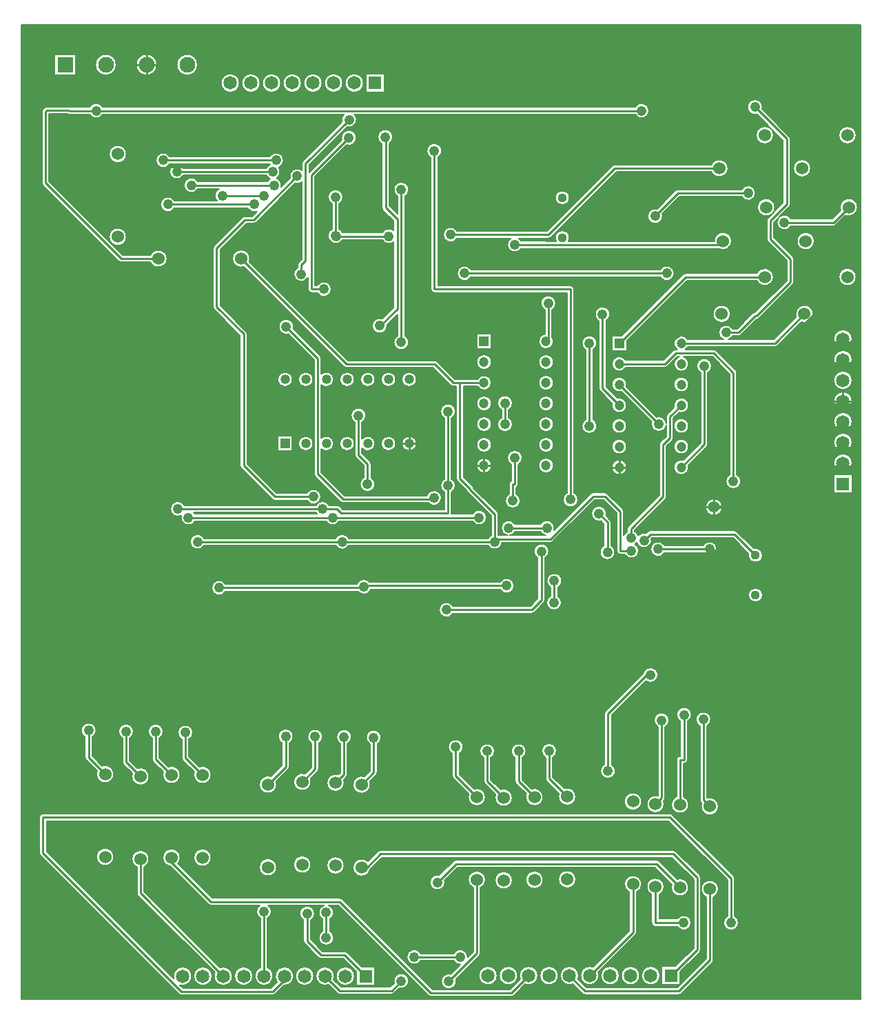
<source format=gbr>
G04 EasyPC Gerber Version 21.0.3 Build 4286 *
G04 #@! TF.Part,Single*
G04 #@! TF.FileFunction,Copper,L2,Bot *
G04 #@! TF.FilePolarity,Positive *
%FSLAX35Y35*%
%MOIN*%
G04 #@! TA.AperFunction,ComponentPad*
%ADD80R,0.04661X0.04661*%
%ADD76R,0.04724X0.04724*%
%ADD78R,0.06496X0.06496*%
%ADD71R,0.07677X0.07677*%
G04 #@! TD.AperFunction*
%ADD17C,0.00500*%
%ADD70C,0.01000*%
%ADD27C,0.01500*%
G04 #@! TA.AperFunction,ComponentPad*
%ADD83C,0.04449*%
%ADD81C,0.04661*%
%ADD77C,0.04724*%
G04 #@! TA.AperFunction,ViaPad*
%ADD28C,0.04800*%
%ADD86C,0.05600*%
G04 #@! TA.AperFunction,ComponentPad*
%ADD23C,0.06000*%
%ADD79C,0.06496*%
%ADD20C,0.07677*%
X0Y0D02*
D02*
D17*
X2141Y473248D02*
Y2126D01*
X408117*
Y473248*
X2141*
X347096Y42267D02*
G75*
G02X348996Y39064I-1750J-3203D01*
G01*
G75*
G02X341696I-3650*
G01*
G75*
G02X343596Y42267I3650*
G01*
Y59805*
X315168Y88233*
X14246*
Y73485*
X75709Y12022*
G75*
G02X80043Y17728I4333J1207*
G01*
G75*
G02Y8731J-4498*
G01*
G75*
G02X78835Y8896J4498*
G01*
X80241Y7491*
X122846*
X125757Y10402*
G75*
G02X129255Y17728I3498J2828*
G01*
G75*
G02Y8731J-4498*
G01*
G75*
G02X129041Y8737I1J4500*
G01*
X124809Y4504*
G75*
G02X123570Y3991I-1237J1237*
G01*
X79517*
G75*
G02X78278Y4504I-1J1750*
G01*
X11259Y71523*
G75*
G02X10746Y72761I1237J1237*
G01*
Y89983*
G75*
G02X12496Y91733I1750*
G01*
X315892*
G75*
G02X317130Y91221I1J-1750*
G01*
X346584Y61767*
G75*
G02X347096Y60530I-1237J-1237*
G01*
Y42267*
X330863Y55288D02*
G75*
G02X339363I4250D01*
G01*
G75*
G02X336863Y51415I-4250*
G01*
Y20967*
G75*
G02X336350Y19730I-1750*
G01*
X321374Y4755*
G75*
G02X320135Y4243I-1237J1237*
G01*
X274669*
G75*
G02X273430Y4755I-1J1750*
G01*
X268872Y9312*
G75*
G02X262681Y13479I-1693J4167*
G01*
G75*
G02X271678I4498*
G01*
G75*
G02X271347Y11787I-4498J0*
G01*
X275393Y7743*
X319411*
X320650Y8981*
X311893*
Y17977*
X318415*
X327247Y26809*
Y60055*
X316791Y70511*
X176464*
X170752Y64800*
G75*
G02X162365Y65772I-4137J972*
G01*
G75*
G02X169698Y68696I4250*
G01*
X174502Y73499*
G75*
G02X175740Y74011I1237J-1237*
G01*
X317515*
G75*
G02X318753Y73499I1J-1750*
G01*
X330235Y62017*
G75*
G02X330747Y60780I-1237J-1237*
G01*
Y26084*
G75*
G02X330235Y24847I-1750*
G01*
X320889Y15501*
Y9220*
X333363Y21692*
Y51415*
G75*
G02X330863Y55288I1750J3873*
G01*
X218165Y59781D02*
G75*
G02X226665I4250D01*
G01*
G75*
G02X224165Y55908I-4250*
G01*
Y24337*
G75*
G02X223653Y23100I-1750*
G01*
X212314Y11761*
G75*
G02X212462Y10733I-3503J-1028*
G01*
G75*
G02X205162I-3650*
G01*
G75*
G02X209839Y14236I3650*
G01*
X214420Y18817*
G75*
G02X211100Y20715I-117J3648*
G01*
X195291*
G75*
G02X188438Y22465I-3203J1750*
G01*
G75*
G02X195291Y24215I3650*
G01*
X211100*
G75*
G02X217953Y22465I3203J-1750*
G01*
G75*
G02X217951Y22348I-3656J3*
G01*
X220665Y25062*
Y55908*
G75*
G02X218165Y59781I1750J3873*
G01*
X223311Y13479D02*
G75*
G02X232307I4498D01*
G01*
G75*
G02X223311I-4498*
G01*
X319313Y60172D02*
G75*
G02X324899Y56138I1337J-4034D01*
G01*
G75*
G02X316399I-4250*
G01*
G75*
G02X316615Y57475I4250J0*
G01*
X308478Y65611*
X213213*
X206876Y59360*
G75*
G02X206970Y58533I-3555J-827*
G01*
G75*
G02X199670I-3650*
G01*
G75*
G02X204196Y62076I3650*
G01*
X211091Y68876*
G75*
G02X212431Y69426I1341J-1357*
G01*
X309269*
G75*
G02X310619Y68866J-1907*
G01*
X319313Y60172*
X231145Y59531D02*
G75*
G02X239645I4250D01*
G01*
G75*
G02X231145I-4250*
G01*
X233154Y13479D02*
G75*
G02X242150I4498D01*
G01*
G75*
G02X233154I-4498*
G01*
X242996D02*
G75*
G02X251993I4498D01*
G01*
G75*
G02X245802Y9312I-4498*
G01*
X240370Y3880*
G75*
G02X239132Y3367I-1237J1237*
G01*
X200201*
G75*
G02X198963Y3880I-1J1750*
G01*
X155420Y47423*
X150593*
G75*
G02X151280Y40728I-1063J-3492*
G01*
Y35028*
G75*
G02X153180Y31825I-1750J-3203*
G01*
G75*
G02X145880I-3650*
G01*
G75*
G02X147780Y35028I3650*
G01*
Y40728*
G75*
G02X148467Y47423I1750J3203*
G01*
X121502*
G75*
G02X121163Y41227I-2090J-2993*
G01*
Y17373*
G75*
G02X119413Y8731I-1750J-4144*
G01*
G75*
G02X117663Y17373J4498*
G01*
Y41227*
G75*
G02X117323Y47423I1750J3203*
G01*
X93744*
G75*
G02X92506Y47935I-1J1750*
G01*
X74144Y66297*
G75*
G02X70422Y70514I528J4217*
G01*
G75*
G02X78922I4250*
G01*
G75*
G02X77778Y67613I-4250*
G01*
X94468Y50923*
X156144*
G75*
G02X157382Y50410I1J-1750*
G01*
X200925Y6867*
X238408*
X243327Y11787*
G75*
G02X242996Y13479I4167J1693*
G01*
X182198Y10858D02*
G75*
G02X189498I3650D01*
G01*
G75*
G02X184820Y7356I-3650*
G01*
X182468Y5003*
G75*
G02X181230Y4491I-1237J1237*
G01*
X155930*
G75*
G02X154692Y5003I-1J1750*
G01*
X150633Y9062*
G75*
G02X144442Y13230I-1693J4167*
G01*
G75*
G02X153438I4498*
G01*
G75*
G02X153107Y11537I-4498J0*
G01*
X156654Y7991*
X180506*
X182346Y9831*
G75*
G02X182198Y10858I3503J1028*
G01*
X134600Y13230D02*
G75*
G02X143596I4498D01*
G01*
G75*
G02X134600I-4498*
G01*
X166601Y17729D02*
X173125D01*
Y8733*
X164129*
Y15252*
X157667Y21715*
X147035*
G75*
G02X145797Y22227I-1J1750*
G01*
X139057Y28965*
G75*
G02X138544Y30203I1237J1237*
G01*
Y40229*
G75*
G02X136645Y43432I1751J3203*
G01*
G75*
G02X143945I3650*
G01*
G75*
G02X142044Y40228I-3650*
G01*
Y30928*
X147759Y25215*
X158391*
G75*
G02X159629Y24702I1J-1750*
G01*
X166601Y17729*
X154285Y13230D02*
G75*
G02X163281I4498D01*
G01*
G75*
G02X154285I-4498*
G01*
X105072D02*
G75*
G02X114068I4498D01*
G01*
G75*
G02X105072I-4498*
G01*
X245996Y59781D02*
G75*
G02X254496I4250D01*
G01*
G75*
G02X245996I-4250*
G01*
X252839Y13479D02*
G75*
G02X261835I4498D01*
G01*
G75*
G02X252839I-4498*
G01*
X261846Y60031D02*
G75*
G02X270346I4250D01*
G01*
G75*
G02X261846I-4250*
G01*
X293685Y57636D02*
G75*
G02X302185I4250D01*
G01*
G75*
G02X299685Y53763I-4250*
G01*
Y34392*
G75*
G02X299172Y33155I-1750*
G01*
X281189Y15172*
G75*
G02X277022Y8981I-4167J-1693*
G01*
G75*
G02Y17977J4498*
G01*
G75*
G02X278715Y17646I0J-4498*
G01*
X296185Y35117*
Y53763*
G75*
G02X293685Y57636I1750J3873*
G01*
X302052Y13479D02*
G75*
G02X311048I4498D01*
G01*
G75*
G02X302052I-4498*
G01*
X282367D02*
G75*
G02X291363I4498D01*
G01*
G75*
G02X282367I-4498*
G01*
X292209D02*
G75*
G02X301205I4498D01*
G01*
G75*
G02X292209I-4498*
G01*
X319396Y40971D02*
G75*
G02X326157Y39064I3112J-1907D01*
G01*
G75*
G02X319396Y37156I-3650*
G01*
X308779*
G75*
G02X306872Y39064J1907*
G01*
Y52597*
G75*
G02X304543Y56388I1921J3791*
G01*
G75*
G02X313043I4250*
G01*
G75*
G02X310687Y52583I-4250*
G01*
Y40971*
X319396*
X38324Y70889D02*
G75*
G02X46824I4250D01*
G01*
G75*
G02X38324I-4250*
G01*
X98035Y17397D02*
G75*
G02X104226Y13230I1693J-4167D01*
G01*
G75*
G02X95230I-4498*
G01*
G75*
G02X95560Y14922I4498J0*
G01*
X58435Y52048*
G75*
G02X57922Y53285I1237J1237*
G01*
Y65893*
G75*
G02X55422Y69765I1750J3873*
G01*
G75*
G02X63922I4250*
G01*
G75*
G02X61422Y65893I-4250*
G01*
Y54010*
X98035Y17397*
X85387Y13230D02*
G75*
G02X94383I4498D01*
G01*
G75*
G02X85387I-4498*
G01*
X85422Y70514D02*
G75*
G02X93922I4250D01*
G01*
G75*
G02X85422I-4250*
G01*
X117079Y65826D02*
G75*
G02X125579I4250D01*
G01*
G75*
G02X117079I-4250*
G01*
X133674Y67121D02*
G75*
G02X142174I4250D01*
G01*
G75*
G02X133674I-4250*
G01*
X149763Y66723D02*
G75*
G02X158263I4250D01*
G01*
G75*
G02X149763I-4250*
G01*
X298870Y433320D02*
G75*
G02X305724Y431570I3203J-1750D01*
G01*
G75*
G02X298870Y429820I-3650*
G01*
X163181*
G75*
G02X159610Y423699I-2543J-2618*
G01*
X141296Y405385*
Y401723*
X157011Y417438*
G75*
G02X156863Y418465I3503J1028*
G01*
G75*
G02X164163I3650*
G01*
G75*
G02X159485Y414963I-3650*
G01*
X144167Y399644*
Y347081*
X145204*
G75*
G02X152057Y345331I3203J-1750*
G01*
G75*
G02X145204Y343581I-3650*
G01*
X142417*
G75*
G02X140667Y345331J1750*
G01*
Y350893*
G75*
G02X133774Y352569I-3242J1677*
G01*
G75*
G02X135674Y355772I3650*
G01*
Y356937*
G75*
G02X136187Y358175I1750*
G01*
X137796Y359784*
Y397115*
G75*
G02X134525Y396492I-2244J2879*
G01*
X115573Y377541*
G75*
G02X114335Y377028I-1237J1237*
G01*
X110942*
X98239Y364325*
Y337444*
X110831Y324852*
G75*
G02X111343Y323615I-1237J-1237*
G01*
Y260690*
X125294Y246739*
X140192*
G75*
G02X147045Y244989I3203J-1750*
G01*
G75*
G02X140192Y243239I-3650*
G01*
X124570*
G75*
G02X123332Y243752I-1J1750*
G01*
X108356Y258728*
G75*
G02X107843Y259965I1237J1237*
G01*
Y322890*
X95252Y335482*
G75*
G02X94739Y336719I1237J1237*
G01*
Y365050*
G75*
G02X95252Y366287I1750*
G01*
X108980Y380015*
G75*
G02X110218Y380528I1237J-1237*
G01*
X113611*
X115973Y382890*
G75*
G02X111382Y384516I-1388J3376*
G01*
X76104*
G75*
G02X69251Y386266I-3203J1750*
G01*
G75*
G02X76104Y388016I3650*
G01*
X96660*
G75*
G02X97606Y393820I2607J2554*
G01*
X87471*
G75*
G02X80618Y395570I-3203J1750*
G01*
G75*
G02X87471Y397320I3650*
G01*
X121065*
G75*
G02X122351Y398676I3204J-1750*
G01*
G75*
G02X120368Y400366I1220J3440*
G01*
X80472*
G75*
G02X73619Y402116I-3203J1750*
G01*
G75*
G02X80472Y403866I3650*
G01*
X120368*
G75*
G02X122310Y405541I3204J-1750*
G01*
G75*
G02X122115Y405857I3007J2068*
G01*
X73858*
G75*
G02X67005Y407607I-3203J1750*
G01*
G75*
G02X73858Y409357I3650*
G01*
X122115*
G75*
G02X128969Y407607I3203J-1750*
G01*
G75*
G02X126580Y404182I-3650*
G01*
G75*
G02X125488Y399010I-3009J-2067*
G01*
G75*
G02X127822Y394739I-1220J-3439*
G01*
X132050Y398967*
G75*
G02X137796Y402874I3502J1028*
G01*
Y406110*
G75*
G02X138309Y407347I1750*
G01*
X157135Y426174*
G75*
G02X158094Y429820I3502J1028*
G01*
X41534*
G75*
G02X35128I-3203J1750*
G01*
X25226*
G75*
G02X24326Y430069J1750*
G01*
X15494*
Y397474*
X51161Y361807*
X64472*
G75*
G02X72595Y360057I3873J-1750*
G01*
G75*
G02X64472Y358307I-4250*
G01*
X50437*
G75*
G02X49199Y358820I-1J1750*
G01*
X12507Y395512*
G75*
G02X11994Y396750I1237J1237*
G01*
Y431070*
G75*
G02X12507Y432308I1750*
G01*
X13256Y433057*
G75*
G02X14494Y433569I1237J-1237*
G01*
X25226*
G75*
G02X26127Y433320J-1750*
G01*
X35128*
G75*
G02X41534I3203J-1750*
G01*
X298870*
X182198Y393380D02*
G75*
G02X189498I3650D01*
G01*
G75*
G02X187598Y390177I-3650*
G01*
Y322824*
G75*
G02X189498Y319621I-1750J-3203*
G01*
G75*
G02X182198I-3650*
G01*
G75*
G02X184098Y322824I3650*
G01*
Y333145*
X178989Y328037*
G75*
G02X179015Y327609I-3624J-428*
G01*
G75*
G02X171715I-3650*
G01*
G75*
G02X176600Y331043I3650*
G01*
X182069Y336511*
Y368011*
G75*
G02X176654Y369165I-2211J2904*
G01*
X157476*
G75*
G02X151570Y368462I-3203J1750*
G01*
G75*
G02X152273Y374368I2453J2703*
G01*
Y386557*
G75*
G02X150373Y389761I1750J3203*
G01*
G75*
G02X157673I3650*
G01*
G75*
G02X155773Y386557I-3650*
G01*
Y374368*
G75*
G02X156726Y373618I-1750J-3203*
G01*
G75*
G02X157476Y372665I-2453J-2703*
G01*
X176654*
G75*
G02X182069Y373819I3203J-1750*
G01*
Y378362*
X176888Y383543*
G75*
G02X176328Y384893I1347J1350*
G01*
Y415655*
G75*
G02X174460Y418840I1783J3185*
G01*
G75*
G02X181760I3650*
G01*
G75*
G02X180143Y415808I-3650*
G01*
Y385683*
X184098Y381728*
Y390177*
G75*
G02X182198Y393380I1750J3203*
G01*
X269469Y246819D02*
G75*
G02X271369Y243616I-1750J-3203D01*
G01*
G75*
G02X264069I-3650*
G01*
G75*
G02X265969Y246819I3650*
G01*
Y343581*
X201823*
G75*
G02X200073Y345331J1750*
G01*
Y408897*
G75*
G02X198173Y412100I1750J3203*
G01*
G75*
G02X205473I3650*
G01*
G75*
G02X203573Y408897I-3650*
G01*
Y347081*
X267719*
G75*
G02X269469Y345331J-1750*
G01*
Y246819*
X222274Y310043D02*
G75*
G02X229498I3612D01*
G01*
G75*
G02X222274I-3612*
G01*
X222274Y323654D02*
X229499D01*
Y316430*
X222274*
Y323654*
X232369Y290176D02*
G75*
G02X239669I3650D01*
G01*
G75*
G02X237769Y286972I-3650*
G01*
Y283246*
G75*
G02X239669Y280043I-1750J-3203*
G01*
G75*
G02X232369I-3650*
G01*
G75*
G02X234269Y283246I3650*
G01*
Y286972*
G75*
G02X232369Y290176I1750J3203*
G01*
X356318Y220015D02*
G75*
G02X360677Y216655I885J-3360D01*
G01*
G75*
G02X353728I-3474*
G01*
G75*
G02X353843Y217540I3475*
G01*
X346241Y225143*
X306996*
X306790Y224937*
G75*
G02X299813Y222791I-3502J-1028*
G01*
G75*
G02X298936Y221976I-2890J2229*
G01*
G75*
G02X300822Y218780I-1764J-3196*
G01*
G75*
G02X293969Y217030I-3650*
G01*
X291806*
G75*
G02X290056Y218780J1750*
G01*
Y237026*
X283593Y243489*
X279426*
X259222Y223284*
G75*
G02X257983Y222771I-1237J1237*
G01*
X234657*
G75*
G02X227824Y221398I-3630J377*
G01*
X160471*
G75*
G02X154065I-3203J1750*
G01*
X90457*
G75*
G02X83604Y223148I-3203J1750*
G01*
G75*
G02X90457Y224898I3650*
G01*
X154065*
G75*
G02X160471I3203J-1750*
G01*
X227824*
G75*
G02X229277Y226352I3203J-1750*
G01*
Y235778*
X217933Y247121*
G75*
G02X217466Y247963I1238J1238*
G01*
X212941Y252488*
G75*
G02X212428Y253725I1237J1237*
G01*
Y298294*
X211043*
G75*
G02X209805Y298806I-1J1750*
G01*
X201223Y307388*
X159266*
G75*
G02X158028Y307901I-1J1750*
G01*
X109846Y356081*
G75*
G02X104095Y360057I-1501J3976*
G01*
G75*
G02X112595I4250*
G01*
G75*
G02X112321Y358556I-4250J0*
G01*
X159990Y310888*
X201947*
G75*
G02X203185Y310376I1J-1750*
G01*
X211767Y301794*
X214178*
G75*
G02X214231Y301793J-1746*
G01*
X222726*
G75*
G02X229498Y300043I3160J-1750*
G01*
G75*
G02X222726Y298293I-3612*
G01*
X215928*
Y254450*
X220408Y249970*
G75*
G02X220875Y249129I-1238J-1238*
G01*
X232264Y237740*
G75*
G02X232777Y236502I-1237J-1237*
G01*
Y226352*
G75*
G02X232916Y226271I-1751J-3200*
G01*
X237273*
G75*
G02X234116Y229888I493J3617*
G01*
G75*
G02X240969Y231638I3650*
G01*
X253034*
G75*
G02X259689Y228700I3203J-1750*
G01*
X277464Y246476*
G75*
G02X278702Y246989I1237J-1237*
G01*
X284317*
G75*
G02X285555Y246476I1J-1750*
G01*
X293043Y238988*
G75*
G02X293556Y237750I-1237J-1237*
G01*
Y226430*
G75*
G02X295173Y228224I3367J-1409*
G01*
Y229513*
G75*
G02X295685Y230751I1750*
G01*
X310648Y245714*
Y270074*
G75*
G02X311161Y271312I1750*
G01*
X314018Y274169*
Y279557*
G75*
G02X306752Y280051I-3617J493*
G01*
G75*
G02X306899Y281078I3650*
G01*
X292280Y295697*
G75*
G02X287671Y299169I-997J3472*
G01*
G75*
G02X294895I3612*
G01*
G75*
G02X294755Y298172I-3612J0*
G01*
X309374Y283553*
G75*
G02X314018Y280544I1028J-3502*
G01*
Y283654*
G75*
G02X314531Y284892I1750*
G01*
X317811Y288172*
G75*
G02X321283Y292781I3472J997*
G01*
G75*
G02Y285557J-3612*
G01*
G75*
G02X320286Y285697I0J3612*
G01*
X317518Y282930*
Y273444*
G75*
G02X317006Y272207I-1750*
G01*
X314148Y269350*
Y244989*
G75*
G02X313636Y243752I-1750*
G01*
X298673Y228789*
Y228224*
G75*
G02X300398Y226138I-1750J-3203*
G01*
G75*
G02X304315Y227411I2890J-2229*
G01*
X305034Y228130*
G75*
G02X306272Y228643I1237J-1237*
G01*
X346965*
G75*
G02X348203Y228130I1J-1750*
G01*
X356318Y220015*
X328717Y308139D02*
G75*
G02X336017I3650D01*
G01*
G75*
G02X334117Y304936I-3650*
G01*
Y270253*
G75*
G02X333604Y269016I-1750*
G01*
X324755Y260166*
G75*
G02X321283Y255557I-3472J-997*
G01*
G75*
G02Y262781J3612*
G01*
G75*
G02X322280Y262641I0J-3612*
G01*
X330617Y270978*
Y304936*
G75*
G02X328717Y308139I1750J3203*
G01*
X333024Y239961D02*
G75*
G02X341124I4050D01*
G01*
G75*
G02X333024I-4050*
G01*
X317671Y269169D02*
G75*
G02X324895I3612D01*
G01*
G75*
G02X317671I-3612*
G01*
Y279169D02*
G75*
G02X324895I3612D01*
G01*
G75*
G02X317671I-3612*
G01*
X353728Y197443D02*
G75*
G02X360677I3474D01*
G01*
G75*
G02X353728I-3474*
G01*
X331788Y221404D02*
G75*
G02X338641Y219654I3203J-1750D01*
G01*
G75*
G02X331788Y217904I-3650*
G01*
X313230*
G75*
G02X306377Y219654I-3203J1750*
G01*
G75*
G02X313230Y221404I3650*
G01*
X331788*
X318982Y139530D02*
G75*
G02X326282I3650D01*
G01*
G75*
G02X324382Y136327I-3650*
G01*
Y117815*
G75*
G02X322632Y116065I-1750*
G01*
X322399*
Y100011*
G75*
G02X324899Y96138I-1750J-3873*
G01*
G75*
G02X316399I-4250*
G01*
G75*
G02X318899Y100011I4250*
G01*
Y117815*
G75*
G02X320649Y119565I1750*
G01*
X320882*
Y136327*
G75*
G02X318982Y139530I1750J3203*
G01*
X333743Y99311D02*
G75*
G02X339363Y95288I1370J-4023D01*
G01*
G75*
G02X330863I-4250*
G01*
G75*
G02X331137Y96789I4250*
G01*
X330755Y97171*
G75*
G02X330243Y98408I1237J1237*
G01*
Y134081*
G75*
G02X328343Y137284I1750J3203*
G01*
G75*
G02X335643I3650*
G01*
G75*
G02X333743Y134081I-3650*
G01*
Y99311*
X287316Y221359D02*
G75*
G02X289216Y218156I-1750J-3203D01*
G01*
G75*
G02X281916I-3650*
G01*
G75*
G02X283816Y221359I3650*
G01*
Y231909*
X282475Y233250*
G75*
G02X277797Y236752I-1028J3502*
G01*
G75*
G02X285097I3650*
G01*
G75*
G02X284950Y235724I-3650*
G01*
X286803Y233871*
G75*
G02X287316Y232633I-1237J-1237*
G01*
Y221359*
X302843Y159531D02*
G75*
G02X310058Y158750I3565J-781D01*
G01*
G75*
G02X304146Y155885I-3650*
G01*
X287565Y139305*
Y115651*
G75*
G02X289465Y112448I-1750J-3203*
G01*
G75*
G02X282165I-3650*
G01*
G75*
G02X284065Y115651I3650*
G01*
Y140030*
G75*
G02X284578Y141267I1750*
G01*
X302843Y159531*
X308124Y136909D02*
G75*
G02X315424I3650D01*
G01*
G75*
G02X313524Y133706I-3650*
G01*
Y99369*
G75*
G02X313012Y98132I-1750*
G01*
X312769Y97889*
G75*
G02X313043Y96388I-3976J-1501*
G01*
G75*
G02X304543I-4250*
G01*
G75*
G02X310024Y100456I4250*
G01*
Y133706*
G75*
G02X308124Y136909I1750J3203*
G01*
X293685Y97636D02*
G75*
G02X302185I4250D01*
G01*
G75*
G02X293685I-4250*
G01*
X249966Y218531D02*
G75*
G02X257266I3650D01*
G01*
G75*
G02X255366Y215328I-3650*
G01*
Y194943*
G75*
G02X254854Y193706I-1750*
G01*
X250236Y189088*
G75*
G02X248998Y188575I-1237J1237*
G01*
X210892*
G75*
G02X204039Y190325I-3203J1750*
G01*
G75*
G02X210892Y192075I3650*
G01*
X248274*
X251866Y195668*
Y215328*
G75*
G02X249966Y218531I1750J3203*
G01*
X256206Y204303D02*
G75*
G02X263506I3650D01*
G01*
G75*
G02X261764Y201191I-3650*
G01*
Y196852*
G75*
G02X263381Y193820I-2032J-3032*
G01*
G75*
G02X256081I-3650*
G01*
G75*
G02X257949Y197005I3650*
G01*
Y201191*
G75*
G02X256206Y204303I1907J3112*
G01*
X264595Y104007D02*
G75*
G02X270346Y100031I1501J-3976D01*
G01*
G75*
G02X261846I-4250*
G01*
G75*
G02X262120Y101532I4250*
G01*
X256123Y107530*
G75*
G02X255610Y108767I1237J1237*
G01*
Y118862*
G75*
G02X253710Y122065I1750J3203*
G01*
G75*
G02X261010I3650*
G01*
G75*
G02X259110Y118862I-3650*
G01*
Y109492*
X264595Y104007*
X233894Y103507D02*
G75*
G02X239645Y99531I1501J-3976D01*
G01*
G75*
G02X231145I-4250*
G01*
G75*
G02X231419Y101033I4250*
G01*
X226170Y106281*
G75*
G02X225657Y107519I1237J1237*
G01*
Y118737*
G75*
G02X223757Y121940I1750J3203*
G01*
G75*
G02X231057I3650*
G01*
G75*
G02X229157Y118737I-3650*
G01*
Y108244*
X233894Y103507*
X248745Y103757D02*
G75*
G02X254496Y99781I1501J-3976D01*
G01*
G75*
G02X245996I-4250*
G01*
G75*
G02X246270Y101282I4250*
G01*
X241396Y106157*
G75*
G02X240883Y107394I1237J1237*
G01*
Y118737*
G75*
G02X238983Y121940I1750J3203*
G01*
G75*
G02X246283I3650*
G01*
G75*
G02X244383Y118737I-3650*
G01*
Y108119*
X248745Y103757*
X220914D02*
G75*
G02X226665Y99781I1501J-3976D01*
G01*
G75*
G02X218165I-4250*
G01*
G75*
G02X218439Y101282I4250*
G01*
X210944Y108778*
G75*
G02X210431Y110015I1237J1237*
G01*
Y120734*
G75*
G02X208531Y123937I1750J3203*
G01*
G75*
G02X215831I3650*
G01*
G75*
G02X213931Y120734I-3650*
G01*
Y110740*
X220914Y103757*
X233689Y203682D02*
G75*
G02X240543Y201932I3203J-1750D01*
G01*
G75*
G02X233689Y200182I-3650*
G01*
X171181*
G75*
G02X164877Y199183I-3429J1251*
G01*
X100879*
G75*
G02X94026Y200933I-3203J1750*
G01*
G75*
G02X100879Y202683I3650*
G01*
X164322*
G75*
G02X170626Y203682I3429J-1251*
G01*
X233689*
X168844Y128555D02*
G75*
G02X176144I3650D01*
G01*
G75*
G02X174244Y125352I-3650*
G01*
Y111651*
G75*
G02X173731Y110414I-1750*
G01*
X170591Y107273*
G75*
G02X170865Y105772I-3976J-1501*
G01*
G75*
G02X162365I-4250*
G01*
G75*
G02X168116Y109748I4250*
G01*
X170744Y112376*
Y125352*
G75*
G02X168844Y128555I1750J3203*
G01*
X126286Y129054D02*
G75*
G02X133586I3650D01*
G01*
G75*
G02X131686Y125851I-3650*
G01*
Y114433*
G75*
G02X131174Y113196I-1750*
G01*
X125305Y107327*
G75*
G02X125579Y105826I-3976J-1501*
G01*
G75*
G02X117079I-4250*
G01*
G75*
G02X122830Y109802I4250*
G01*
X128186Y115158*
Y125851*
G75*
G02X126286Y129054I1750J3203*
G01*
X140514Y128929D02*
G75*
G02X147814I3650D01*
G01*
G75*
G02X145914Y125726I-3650*
G01*
Y113361*
G75*
G02X145401Y112124I-1750*
G01*
X141900Y108622*
G75*
G02X142174Y107121I-3976J-1501*
G01*
G75*
G02X133674I-4250*
G01*
G75*
G02X139425Y111097I4250*
G01*
X142414Y114086*
Y125726*
G75*
G02X140514Y128929I1750J3203*
G01*
X154492Y128804D02*
G75*
G02X161792I3650D01*
G01*
G75*
G02X159892Y125601I-3650*
G01*
Y110851*
G75*
G02X159379Y109614I-1750*
G01*
X157989Y108224*
G75*
G02X158263Y106723I-3976J-1501*
G01*
G75*
G02X149763I-4250*
G01*
G75*
G02X155515Y110699I4250*
G01*
X156392Y111576*
Y125601*
G75*
G02X154492Y128804I1750J3203*
G01*
X220335Y236630D02*
G75*
G02X227189Y234880I3203J-1750D01*
G01*
G75*
G02X220335Y233130I-3650*
G01*
X155854*
G75*
G02X149447I-3203J1750*
G01*
X86089*
G75*
G02X79364Y235841I-3203J1750*
G01*
G75*
G02X74119Y239123I-1596J3283*
G01*
G75*
G02X80972Y240873I3650*
G01*
X144580*
G75*
G02X150987Y240872I3203J-1750*
G01*
X154771*
G75*
G02X156009Y240360I1J-1750*
G01*
X157494Y238876*
X206686*
Y247153*
G75*
G02X206687Y253559I1752J3202*
G01*
Y282971*
G75*
G02X204787Y286174I1750J3203*
G01*
G75*
G02X212087I3650*
G01*
G75*
G02X210187Y282971I-3650*
G01*
Y253559*
G75*
G02X210186Y247152I-1750J-3203*
G01*
Y237126*
G75*
G02X210114Y236630I-1750J0*
G01*
X220335*
X88171Y114490D02*
G75*
G02X93922Y110514I1501J-3976D01*
G01*
G75*
G02X85422I-4250*
G01*
G75*
G02X85696Y112015I4250*
G01*
X80150Y117561*
G75*
G02X79638Y118798I1237J1237*
G01*
Y127723*
G75*
G02X77738Y130926I1750J3203*
G01*
G75*
G02X85038I3650*
G01*
G75*
G02X83138Y127723I-3650*
G01*
Y119523*
X88171Y114490*
X166059Y301674D02*
G75*
G02X173220I3581D01*
G01*
G75*
G02X166059I-3581*
G01*
X176059Y270674D02*
G75*
G02X183220I3581D01*
G01*
G75*
G02X176059I-3581*
G01*
Y301674D02*
G75*
G02X183220I3581D01*
G01*
G75*
G02X176059I-3581*
G01*
X186059Y270674D02*
G75*
G02X193220I3581D01*
G01*
G75*
G02X186059I-3581*
G01*
Y301674D02*
G75*
G02X193220I3581D01*
G01*
G75*
G02X186059I-3581*
G01*
X126058Y274256D02*
X133219D01*
Y267095*
X126058*
Y274256*
X126059Y301674D02*
G75*
G02X133220I3581D01*
G01*
G75*
G02X126059I-3581*
G01*
X198226Y245491D02*
G75*
G02X205348Y244365I3472J-1126D01*
G01*
G75*
G02X198926Y241991I-3650*
G01*
X157768*
G75*
G02X156530Y242504I-1J1750*
G01*
X144174Y254859*
G75*
G02X143662Y256096I1237J1237*
G01*
Y311159*
X131213Y323607*
G75*
G02X126536Y327109I-1028J3502*
G01*
G75*
G02X133836I3650*
G01*
G75*
G02X133688Y326082I-3650*
G01*
X146649Y313121*
G75*
G02X147162Y311883I-1237J-1237*
G01*
Y304259*
G75*
G02X153220Y301674I2478J-2585*
G01*
G75*
G02X147162Y299089I-3581*
G01*
Y273259*
G75*
G02X153220Y270674I2478J-2585*
G01*
G75*
G02X147162Y268089I-3581*
G01*
Y256821*
X158492Y245491*
X198226*
X136059Y270674D02*
G75*
G02X143220I3581D01*
G01*
G75*
G02X136059I-3581*
G01*
Y301674D02*
G75*
G02X143220I3581D01*
G01*
G75*
G02X136059I-3581*
G01*
X156059Y270674D02*
G75*
G02X163220I3581D01*
G01*
G75*
G02X156059I-3581*
G01*
Y301674D02*
G75*
G02X163220I3581D01*
G01*
G75*
G02X156059I-3581*
G01*
X166881Y272957D02*
G75*
G02X173220Y270674I2759J-2283D01*
G01*
G75*
G02X166881Y268391I-3581*
G01*
Y265932*
X170736Y262076*
G75*
G02X171249Y260839I-1237J-1237*
G01*
Y254307*
G75*
G02X173149Y251104I-1750J-3203*
G01*
G75*
G02X165849I-3650*
G01*
G75*
G02X167749Y254307I3650*
G01*
Y260114*
X163893Y263970*
G75*
G02X163381Y265207I1237J1237*
G01*
Y280974*
G75*
G02X161481Y284177I1750J3203*
G01*
G75*
G02X168781I3650*
G01*
G75*
G02X166881Y280974I-3650*
G01*
Y272957*
X222274Y260043D02*
G75*
G02X229498I3612D01*
G01*
G75*
G02X222274I-3612*
G01*
Y270043D02*
G75*
G02X229498I3612D01*
G01*
G75*
G02X222274I-3612*
G01*
Y280043D02*
G75*
G02X229498I3612D01*
G01*
G75*
G02X222274I-3612*
G01*
Y290043D02*
G75*
G02X229498I3612D01*
G01*
G75*
G02X222274I-3612*
G01*
X237111Y263709D02*
G75*
G02X244411I3650D01*
G01*
G75*
G02X242511Y260506I-3650*
G01*
Y251104*
G75*
G02X241502Y249519I-1750*
G01*
Y246320*
G75*
G02X243402Y243117I-1750J-3203*
G01*
G75*
G02X236102I-3650*
G01*
G75*
G02X238002Y246320I3650*
G01*
Y251104*
G75*
G02X239011Y252690I1750*
G01*
Y260506*
G75*
G02X237111Y263709I1750J3203*
G01*
X252274Y260043D02*
G75*
G02X259498I3612D01*
G01*
G75*
G02X252274I-3612*
G01*
Y270043D02*
G75*
G02X259498I3612D01*
G01*
G75*
G02X252274I-3612*
G01*
Y280043D02*
G75*
G02X259498I3612D01*
G01*
G75*
G02X252274I-3612*
G01*
Y290043D02*
G75*
G02X259498I3612D01*
G01*
G75*
G02X252274I-3612*
G01*
Y300043D02*
G75*
G02X259498I3612D01*
G01*
G75*
G02X252274I-3612*
G01*
Y310043D02*
G75*
G02X259498I3612D01*
G01*
G75*
G02X252274I-3612*
G01*
X253336Y338467D02*
G75*
G02X260636I3650D01*
G01*
G75*
G02X258736Y335263I-3650*
G01*
Y322263*
G75*
G02X255886Y316431I-2850J-2220*
G01*
G75*
G02X255236Y323596J3612*
G01*
Y335263*
G75*
G02X253336Y338467I1750J3203*
G01*
X337228Y368580D02*
G75*
G02X345728Y368544I4250J-35D01*
G01*
G75*
G02X339534Y364765I-4250J0*
G01*
X255488*
G75*
G02X254809Y364889J1908*
G01*
X243873*
G75*
G02X237111Y366797I-3112J1907*
G01*
G75*
G02X238863Y369914I3650*
G01*
X212889*
G75*
G02X206035Y371664I-3203J1750*
G01*
G75*
G02X212889Y373414I3650*
G01*
X256386*
X287948Y404976*
G75*
G02X289186Y405489I1237J-1237*
G01*
X335857*
G75*
G02X343980Y403739I3873J-1750*
G01*
G75*
G02X335857Y401989I-4250*
G01*
X289910*
X258348Y370427*
G75*
G02X257110Y369914I-1237J1237*
G01*
X242660*
G75*
G02X243873Y368704I-1899J-3117*
G01*
X255488*
G75*
G02X256167Y368580J-1908*
G01*
X260704*
G75*
G02X260277Y370248I3048J1669*
G01*
G75*
G02X267226I3474*
G01*
G75*
G02X266799Y368580I-3474J0*
G01*
X337228*
X350380Y393507D02*
G75*
G02X357233Y391757I3203J-1750D01*
G01*
G75*
G02X350380Y390007I-3650*
G01*
X320487*
X312157Y381678*
G75*
G02X312304Y380650I-3503J-1028*
G01*
G75*
G02X305004I-3650*
G01*
G75*
G02X309682Y384152I3650*
G01*
X318524Y392995*
G75*
G02X319763Y393507I1237J-1237*
G01*
X350380*
X311067Y354694D02*
G75*
G02X317920Y352944I3203J-1750D01*
G01*
G75*
G02X311067Y351194I-3650*
G01*
X219628*
G75*
G02X212775Y352944I-3203J1750*
G01*
G75*
G02X219628Y354694I3650*
G01*
X311067*
X273180Y319122D02*
G75*
G02X280480I3650D01*
G01*
G75*
G02X278580Y315919I-3650*
G01*
Y282372*
G75*
G02X280480Y279169I-1750J-3203*
G01*
G75*
G02X273180I-3650*
G01*
G75*
G02X275080Y282372I3650*
G01*
Y315919*
G75*
G02X273180Y319122I1750J3203*
G01*
X290286Y292641D02*
G75*
G02X294895Y289169I997J-3472D01*
G01*
G75*
G02X287671I-3612*
G01*
G75*
G02X287811Y290166I3612J0*
G01*
X281957Y296020*
G75*
G02X281444Y297258I1237J1237*
G01*
Y329897*
G75*
G02X279544Y333100I1750J3203*
G01*
G75*
G02X286844I3650*
G01*
G75*
G02X284944Y329897I-3650*
G01*
Y297983*
X290286Y292641*
X287671Y259169D02*
G75*
G02X294895I3612D01*
G01*
G75*
G02X287671I-3612*
G01*
Y269169D02*
G75*
G02X294895I3612D01*
G01*
G75*
G02X287671I-3612*
G01*
Y279169D02*
G75*
G02X294895I3612D01*
G01*
G75*
G02X287671I-3612*
G01*
X398070Y384893D02*
G75*
G02X406570I4250D01*
G01*
G75*
G02X400819Y380917I-4250*
G01*
X396194Y376293*
G75*
G02X394956Y375780I-1237J1237*
G01*
X374384*
G75*
G02X367531Y377530I-3203J1750*
G01*
G75*
G02X368364Y379852I3650*
G01*
X366067Y377554*
Y370267*
X375289Y361045*
G75*
G02X375801Y359808I-1237J-1237*
G01*
Y348825*
G75*
G02X375289Y347588I-1750*
G01*
X358815Y331114*
G75*
G02X357681Y330604I-1237J1237*
G01*
X350203Y323126*
G75*
G02X348965Y322614I-1237J1237*
G01*
X346178*
G75*
G02X344183Y320919I-3203J1750*
G01*
X365948*
X376878Y331848*
G75*
G02X380854Y337600I3976J1501*
G01*
G75*
G02Y329100J-4250*
G01*
G75*
G02X379352Y329374I0J4250*
G01*
X367911Y317932*
G75*
G02X366672Y317419I-1237J1237*
G01*
X324443*
G75*
G02X323234Y316130I-3160J1750*
G01*
X336984*
G75*
G02X338222Y315617I1J-1750*
G01*
X347707Y306132*
G75*
G02X348220Y304894I-1237J-1237*
G01*
Y255680*
G75*
G02X350120Y252477I-1750J-3203*
G01*
G75*
G02X342820I-3650*
G01*
G75*
G02X344720Y255680I3650*
G01*
Y304170*
X336260Y312630*
X322320*
G75*
G02X321283Y305557I-1037J-3460*
G01*
G75*
G02X320246Y312630J3612*
G01*
X319363*
X314666Y307932*
G75*
G02X313428Y307419I-1237J1237*
G01*
X294443*
G75*
G02X287671Y309169I-3160J1750*
G01*
G75*
G02X294443Y310919I3612*
G01*
X312704*
X317401Y315617*
G75*
G02X318639Y316130I1237J-1237*
G01*
X319332*
G75*
G02X321283Y322781I1951J3040*
G01*
G75*
G02X324443Y320919J-3612*
G01*
X341768*
G75*
G02X339325Y324364I1207J3444*
G01*
G75*
G02X346178Y326114I3650*
G01*
X348241*
X355716Y333589*
G75*
G02X356285Y333969I1237J-1237*
G01*
G75*
G02X356849Y334098I667J-1619*
G01*
X372301Y349550*
Y359083*
X363079Y368305*
G75*
G02X362567Y369543I1237J1237*
G01*
Y378279*
G75*
G02X363079Y379516I1750*
G01*
X370554Y386991*
Y417241*
X357981Y429815*
G75*
G02X353303Y433317I-1028J3502*
G01*
G75*
G02X360603I3650*
G01*
G75*
G02X360456Y432289I-3650*
G01*
X373541Y419204*
G75*
G02X374054Y417966I-1237J-1237*
G01*
Y386266*
G75*
G02X373541Y385029I-1750*
G01*
X368859Y380346*
G75*
G02X374384Y379280I2322J-2817*
G01*
X394231*
X398344Y383392*
G75*
G02X398070Y384893I3976J1502*
G01*
X357446Y419713D02*
G75*
G02X365946I4250D01*
G01*
G75*
G02X357446I-4250*
G01*
X358070Y384893D02*
G75*
G02X366570I4250D01*
G01*
G75*
G02X358070I-4250*
G01*
X397446Y351196D02*
G75*
G02X405946I4250D01*
G01*
G75*
G02X397446I-4250*
G01*
X395013Y261229D02*
G75*
G02X404009I4498D01*
G01*
G75*
G02X395013I-4498*
G01*
X395015Y255729D02*
X404011D01*
Y246733*
X395015*
Y255729*
X395013Y271229D02*
G75*
G02X404009I4498D01*
G01*
G75*
G02X395013I-4498*
G01*
Y281229D02*
G75*
G02X404009I4498D01*
G01*
G75*
G02X395013I-4498*
G01*
Y291229D02*
G75*
G02X404009I4498D01*
G01*
G75*
G02X395013I-4498*
G01*
Y301229D02*
G75*
G02X404009I4498D01*
G01*
G75*
G02X395013I-4498*
G01*
Y311229D02*
G75*
G02X404009I4498D01*
G01*
G75*
G02X395013I-4498*
G01*
Y321229D02*
G75*
G02X404009I4498D01*
G01*
G75*
G02X395013I-4498*
G01*
X377228Y368544D02*
G75*
G02X385728I4250D01*
G01*
G75*
G02X377228I-4250*
G01*
X317671Y299169D02*
G75*
G02X324895I3612D01*
G01*
G75*
G02X317671I-3612*
G01*
X357823Y352946D02*
G75*
G02X365946Y351196I3873J-1750D01*
G01*
G75*
G02X357823Y349446I-4250*
G01*
X324035*
X294896Y320308*
Y315556*
X287672*
Y322780*
X292419*
X322073Y352434*
G75*
G02X323311Y352946I1237J-1237*
G01*
X357823*
X336604Y333350D02*
G75*
G02X345104I4250D01*
G01*
G75*
G02X336604I-4250*
G01*
X260277Y389460D02*
G75*
G02X267226I3474D01*
G01*
G75*
G02X260277I-3474*
G01*
X44439Y370603D02*
G75*
G02X52939I4250D01*
G01*
G75*
G02X44439I-4250*
G01*
Y410603D02*
G75*
G02X52939I4250D01*
G01*
G75*
G02X44439I-4250*
G01*
X73171Y114490D02*
G75*
G02X78922Y110514I1501J-3976D01*
G01*
G75*
G02X70422I-4250*
G01*
G75*
G02X70696Y112015I4250*
G01*
X65798Y116913*
G75*
G02X65285Y118151I1237J1237*
G01*
Y128222*
G75*
G02X63385Y131425I1750J3203*
G01*
G75*
G02X70685I3650*
G01*
G75*
G02X68785Y128222I-3650*
G01*
Y118876*
X73171Y114490*
X41073Y114865D02*
G75*
G02X46824Y110889I1501J-3976D01*
G01*
G75*
G02X38324I-4250*
G01*
G75*
G02X38598Y112390I4250*
G01*
X33349Y117639*
G75*
G02X32837Y118876I1237J1237*
G01*
Y128721*
G75*
G02X30937Y131924I1750J3203*
G01*
G75*
G02X38237I3650*
G01*
G75*
G02X36337Y128721I-3650*
G01*
Y119601*
X41073Y114865*
X58171Y113741D02*
G75*
G02X63922Y109765I1501J-3976D01*
G01*
G75*
G02X55422I-4250*
G01*
G75*
G02X55696Y111267I4250*
G01*
X51446Y115517*
G75*
G02X50933Y116754I1237J1237*
G01*
Y128222*
G75*
G02X49033Y131425I1750J3203*
G01*
G75*
G02X56333I3650*
G01*
G75*
G02X54433Y128222I-3650*
G01*
Y117479*
X58171Y113741*
X18141Y458874D02*
X28318D01*
Y448697*
X18141*
Y458874*
X37826Y453785D02*
G75*
G02X48003I5089D01*
G01*
G75*
G02X37826I-5089*
G01*
X57511D02*
G75*
G02X67688I5089D01*
G01*
G75*
G02X57511I-5089*
G01*
X77196D02*
G75*
G02X87373I5089D01*
G01*
G75*
G02X77196I-5089*
G01*
X98620Y444924D02*
G75*
G02X107616I4498D01*
G01*
G75*
G02X98620I-4498*
G01*
X108620D02*
G75*
G02X117616I4498D01*
G01*
G75*
G02X108620I-4498*
G01*
X118620D02*
G75*
G02X127616I4498D01*
G01*
G75*
G02X118620I-4498*
G01*
X128620D02*
G75*
G02X137616I4498D01*
G01*
G75*
G02X128620I-4498*
G01*
X138620D02*
G75*
G02X147616I4498D01*
G01*
G75*
G02X138620I-4498*
G01*
X148620D02*
G75*
G02X157616I4498D01*
G01*
G75*
G02X148620I-4498*
G01*
X158620D02*
G75*
G02X167616I4498D01*
G01*
G75*
G02X158620I-4498*
G01*
X168621Y449422D02*
X177617D01*
Y440426*
X168621*
Y449422*
X375480Y403739D02*
G75*
G02X383980I4250D01*
G01*
G75*
G02X375480I-4250*
G01*
X397446Y419713D02*
G75*
G02X405946I4250D01*
G01*
G75*
G02X397446I-4250*
G01*
X330099Y13479D02*
G36*
X321374Y4755D01*
G75*
G02X320135Y4243I-1237J1237*
G01*
X274669*
G75*
G02X273430Y4755I-1J1750*
G01*
X268872Y9312*
G75*
G02X262681Y13479I-1693J4167*
G01*
X261835*
G75*
G02X252839I-4498*
G01*
X251993*
Y13479*
G75*
G02X245802Y9312I-4498*
G01*
X240370Y3880*
G75*
G02X239132Y3367I-1237J1237*
G01*
X200201*
G75*
G02X198963Y3880I-1J1750*
G01*
X189364Y13479*
X188389*
G75*
G02X189498Y10858I-2541J-2621*
G01*
G75*
G02X184820Y7356I-3650*
G01*
X182468Y5003*
G75*
G02X181230Y4491I-1237J1237*
G01*
X155930*
G75*
G02X154692Y5003I-1J1750*
G01*
X150633Y9062*
G75*
G02X144442Y13230I-1693J4168*
G01*
G75*
G02X144449Y13479I4498J-3*
G01*
X143589*
G75*
G02X143596Y13230I-4491J-252*
G01*
G75*
G02X134600I-4498*
G01*
G75*
G02X134607Y13479I4498J-3*
G01*
X133746*
G75*
G02X133753Y13230I-4491J-252*
G01*
G75*
G02X129255Y8731I-4498*
G01*
G75*
G02X129041Y8737I-7J4165*
G01*
X124809Y4504*
G75*
G02X123570Y3991I-1237J1237*
G01*
X79517*
G75*
G02X78278Y4504I-1J1750*
G01*
X69303Y13479*
X2391*
Y2376*
X407867*
Y13479*
X330099*
G37*
X75552D02*
G36*
X74253D01*
X75709Y12022*
G75*
G02X75544Y13229I4333J1207*
G01*
G75*
G02X75552Y13479I4501J-2*
G01*
G37*
X124764D02*
G36*
X123904D01*
G75*
G02X123911Y13230I-4491J-245*
G01*
G75*
G02X119413Y8731I-4498*
G01*
G75*
G02X114915Y13230J4498*
G01*
G75*
G02X114921Y13479I4498J4*
G01*
X114061*
G75*
G02X114068Y13230I-4491J-252*
G01*
G75*
G02X105072I-4498*
G01*
G75*
G02X105079Y13479I4498J-3*
G01*
X104219*
G75*
G02X104226Y13230I-4491J-252*
G01*
G75*
G02X95230I-4498*
G01*
G75*
G02X95237Y13479I4498J-3*
G01*
X94376*
G75*
G02X94383Y13230I-4491J-252*
G01*
G75*
G02X85387I-4498*
G01*
G75*
G02X85394Y13479I4498J-3*
G01*
X84533*
G75*
G02X84541Y13230I-4491J-252*
G01*
G75*
G02X80043Y8731I-4498*
G01*
G75*
G02X78835Y8896I-1J4491*
G01*
X80241Y7491*
X122846*
X125757Y10402*
G75*
G02X124757Y13230I3498J2828*
G01*
G75*
G02X124764Y13479I4501J-3*
G01*
G37*
X183307D02*
G36*
X173125D01*
Y8733*
X164129*
Y13479*
X163274*
G75*
G02X163281Y13230I-4491J-252*
G01*
G75*
G02X154285I-4498*
G01*
G75*
G02X154292Y13479I4498J-3*
G01*
X153431*
G75*
G02X153438Y13230I-4491J-252*
G01*
G75*
G02X153107Y11537I-4498J0*
G01*
X156654Y7991*
X180506*
X182346Y9831*
G75*
G02X182198Y10857I3496J1027*
G01*
G75*
G02Y10858I3222J0*
G01*
G75*
G02X183307Y13479I3650*
G01*
G37*
X242996D02*
G36*
X242150D01*
G75*
G02X233154I-4498*
G01*
X232307*
G75*
G02X223311I-4498*
G01*
X214032*
X212314Y11761*
G75*
G02X212462Y10734I-3496J-1027*
G01*
G75*
G02Y10733I-3222J0*
G01*
G75*
G02X205162I-3650*
G01*
G75*
G02X206407Y13479I3650*
G01*
X194313*
X200925Y6867*
X238408*
X243327Y11787*
G75*
G02X242996Y13479I4167J1693*
G01*
G37*
X311893D02*
G36*
X311048D01*
G75*
G02X302052I-4498*
G01*
X301205*
G75*
G02X292209I-4498*
G01*
X291363*
G75*
G02X282367I-4498*
G01*
X281520*
G75*
G02X277022Y8981I-4498*
G01*
G75*
G02X272524Y13479J4498*
G01*
X271678*
G75*
G02X271347Y11787I-4507J2*
G01*
X275393Y7743*
X319411*
X320650Y8981*
X311893*
Y13479*
G37*
X325149D02*
G36*
X320889D01*
Y9220*
X325149Y13479*
G37*
X69303D02*
G36*
X34920Y47862D01*
X2391*
Y13479*
X69303*
G37*
X327247Y47862D02*
G36*
X310687D01*
Y40971*
X319396*
G75*
G02X326157Y39064I3112J-1907*
G01*
G75*
G02X319396Y37156I-3650*
G01*
X308779*
G75*
G02X306872Y39064J1907*
G01*
Y47862*
X299685*
Y34392*
G75*
G02Y34391I-2051J0*
G01*
G75*
G02X299172Y33155I-1748*
G01*
X281189Y15172*
G75*
G02X281520Y13479I-4168J-1692*
G01*
X282367*
G75*
G02X291363I4498*
G01*
X292209*
G75*
G02X301205I4498*
G01*
X302052*
G75*
G02X311048I4498*
G01*
X311893*
Y17977*
X318415*
X327247Y26809*
Y47862*
G37*
X95237Y13479D02*
G36*
G75*
G02X95560Y14922I4491J-250D01*
G01*
X62620Y47862*
X39870*
X74253Y13479*
X75552*
G75*
G02X80043Y17728I4491J-250*
G01*
G75*
G02X84533Y13479J-4498*
G01*
X85394*
G75*
G02X94376I4491J-250*
G01*
X95237*
G37*
X92584Y47862D02*
G36*
X67570D01*
X98035Y17397*
G75*
G02X104219Y13479I1692J-4168*
G01*
X105079*
G75*
G02X114061I4491J-250*
G01*
X114921*
G75*
G02X117663Y17373I4491J-250*
G01*
Y41227*
G75*
G02X115763Y44430I1750J3203*
G01*
G75*
G02X117323Y47423I3650*
G01*
X93744*
G75*
G02X92584Y47862I-1J1750*
G01*
G37*
X189364Y13479D02*
G36*
X155420Y47423D01*
X150593*
G75*
G02X153180Y43931I-1063J-3492*
G01*
G75*
G02X151280Y40728I-3650*
G01*
Y35028*
G75*
G02X153180Y31826I-1749J-3203*
G01*
Y31825*
G75*
G02X145880I-3650*
G01*
Y31826*
G75*
G02X147780Y35028I3649*
G01*
Y40728*
G75*
G02X145880Y43931I1750J3203*
G01*
G75*
G02X148467Y47423I3650*
G01*
X121502*
G75*
G02X123063Y44430I-2090J-2993*
G01*
G75*
G02X121163Y41227I-3650*
G01*
Y17373*
G75*
G02X123904Y13479I-1750J-4144*
G01*
X124764*
G75*
G02X129255Y17728I4491J-250*
G01*
G75*
G02X133746Y13479J-4498*
G01*
X134607*
G75*
G02X143589I4491J-250*
G01*
X144449*
G75*
G02X153431I4491J-250*
G01*
X154292*
G75*
G02X163274I4491J-250*
G01*
X164129*
Y15252*
X157667Y21715*
X147035*
G75*
G02X145797Y22227I0J1752*
G01*
X139057Y28965*
G75*
G02X138544Y30202I1235J1237*
G01*
G75*
G02Y30203I1933J1*
G01*
Y40229*
G75*
G02X136645Y43432I1752J3203*
G01*
G75*
G02X143945I3650*
G01*
G75*
G02X142044Y40228I-3650*
G01*
Y30928*
X147759Y25215*
X158391*
G75*
G02X159629Y24702I1J-1750*
G01*
X166601Y17729*
X173125*
Y13479*
X183307*
G75*
G02X188389I2541J-2621*
G01*
X189364*
G37*
X220665Y47862D02*
G36*
X159930D01*
X194313Y13479*
X206407*
G75*
G02X209839Y14236I2405J-2746*
G01*
X214420Y18817*
G75*
G02X211100Y20715I-118J3647*
G01*
X195291*
G75*
G02X188438Y22465I-3203J1750*
G01*
G75*
G02X195291Y24215I3650*
G01*
X211100*
G75*
G02X217953Y22465I3203J-1750*
G01*
G75*
G02Y22455I-2952J-5*
G01*
G75*
G02X217951Y22348I-2914J0*
G01*
X220665Y25062*
Y47862*
G37*
X296185D02*
G36*
X224165D01*
Y24337*
G75*
G02Y24336I-2051J0*
G01*
G75*
G02X223653Y23100I-1748*
G01*
X214032Y13479*
X223311*
G75*
G02X232307I4498*
G01*
X233154*
G75*
G02X242150I4498*
G01*
X242996*
G75*
G02X251993I4498*
G01*
X252839*
G75*
G02X261835I4498*
G01*
X262681*
G75*
G02X271678I4498*
G01*
X272524*
G75*
G02X277022Y17977I4498*
G01*
G75*
G02X278715Y17646I0J-4498*
G01*
X296185Y35117*
Y47862*
G37*
X333363D02*
G36*
X330747D01*
Y26084*
G75*
G02Y26083I-2051J0*
G01*
G75*
G02X330235Y24847I-1748*
G01*
X320889Y15501*
Y13479*
X325149*
X333363Y21692*
Y47862*
G37*
X347096D02*
G36*
Y42267D01*
G75*
G02X348996Y39064I-1749J-3203*
G01*
Y39064*
G75*
G02X341696I-3650*
G01*
Y39064*
G75*
G02X343596Y42267I3649*
G01*
Y47862*
X336863*
Y20967*
G75*
G02X336350Y19730I-1748J-1*
G01*
X330099Y13479*
X407867*
Y47862*
X347096*
G37*
X34920D02*
G36*
X22125Y60657D01*
X2391*
Y47862*
X34920*
G37*
X326645Y60657D02*
G36*
X318828D01*
X319313Y60172*
G75*
G02X324899Y56139I1337J-4034*
G01*
Y56138*
G75*
G02X316399I-4250*
G01*
G75*
G02X316615Y57475I4254J-1*
G01*
X313433Y60657*
X300924*
G75*
G02X302185Y57636I-2989J-3021*
G01*
Y57635*
G75*
G02X299685Y53763I-4249*
G01*
Y47862*
X306872*
Y52597*
G75*
G02X304543Y56388I1922J3791*
G01*
G75*
G02X313043I4250*
G01*
G75*
G02X310687Y52583I-4250*
G01*
Y47862*
X327247*
Y60055*
X326645Y60657*
G37*
X62620Y47862D02*
G36*
X58435Y52048D01*
G75*
G02X57922Y53284I1235J1237*
G01*
G75*
G02Y53285I2051J0*
G01*
Y60657*
X27075*
X39870Y47862*
X62620*
G37*
X92584D02*
G36*
G75*
G02X92506Y47935I1160J1313D01*
G01*
X79784Y60657*
X61422*
Y54010*
X67570Y47862*
X92584*
G37*
X218257Y60657D02*
G36*
X208191D01*
X206876Y59360*
G75*
G02X206970Y58536I-3534J-824*
G01*
G75*
G02Y58533I-3672J-1*
G01*
G75*
G02X199670I-3650*
G01*
G75*
G02X200352Y60657I3650J0*
G01*
X84734*
X94468Y50923*
X156144*
G75*
G02X157382Y50410I1J-1750*
G01*
X159930Y47862*
X220665*
Y55908*
G75*
G02X218165Y59781I1749J3872*
G01*
Y59781*
G75*
G02X218257Y60657I4250J0*
G01*
G37*
X294946D02*
G36*
X270300D01*
G75*
G02X270346Y60031I-4204J-627*
G01*
G75*
G02X261846I-4250*
G01*
G75*
G02X261893Y60657I4250J0*
G01*
X254405*
G75*
G02X254496Y59781I-4159J-876*
G01*
G75*
G02X245996I-4250*
G01*
G75*
G02X246088Y60657I4250J0*
G01*
X239493*
G75*
G02X239645Y59531I-4098J-1125*
G01*
G75*
G02X231145I-4250*
G01*
G75*
G02X231296Y60657I4250J1*
G01*
X226574*
G75*
G02X226665Y59781I-4159J-876*
G01*
Y59781*
G75*
G02X224165Y55908I-4249*
G01*
Y47862*
X296185*
Y53763*
G75*
G02X293685Y57635I1749J3872*
G01*
Y57636*
G75*
G02X294946Y60657I4250*
G01*
G37*
X343596Y47862D02*
G36*
Y59805D01*
X342744Y60657*
X330747*
Y47862*
X333363*
Y51415*
G75*
G02X330863Y55288I1750J3874*
G01*
G75*
G02X339363I4250*
G01*
G75*
G02X336863Y51415I-4250*
G01*
Y47862*
X343596*
G37*
X347096D02*
G36*
X407867D01*
Y60657*
X347092*
G75*
G02X347096Y60531I-1743J-128*
G01*
G75*
G02Y60530I-2051J0*
G01*
Y47862*
G37*
X22125Y60657D02*
G36*
X16957Y65826D01*
X2391*
Y60657*
X22125*
G37*
X313433D02*
G36*
X308478Y65611D01*
X213213*
X208191Y60657*
X218257*
G75*
G02X226574I4159J-876*
G01*
X231296*
G75*
G02X239493I4098J-1126*
G01*
X246088*
G75*
G02X254405I4159J-876*
G01*
X261893*
G75*
G02X270300I4204J-626*
G01*
X294946*
G75*
G02X300924I2989J-3021*
G01*
X313433*
G37*
X27075D02*
G36*
X57922D01*
Y65826*
X21906*
X27075Y60657*
G37*
X79784D02*
G36*
X74616Y65826D01*
X61422*
Y60657*
X79784*
G37*
X207998Y65826D02*
G36*
X171778D01*
X170752Y64800*
G75*
G02X162365Y65772I-4137J972*
G01*
G75*
G02X162365Y65826I4257J-4*
G01*
X158168*
G75*
G02X149859I-4154J897*
G01*
X141971*
G75*
G02X133876I-4048J1295*
G01*
X125579*
G75*
G02X117079I-4250*
G01*
X79565*
X84734Y60657*
X200352*
G75*
G02X204196Y62076I2969J-2124*
G01*
X207998Y65826*
G37*
X326645Y60657D02*
G36*
X321476Y65826D01*
X313659*
X318828Y60657*
X326645*
G37*
X342744D02*
G36*
X337576Y65826D01*
X326426*
X330235Y62017*
G75*
G02X330747Y60780I-1235J-1237*
G01*
Y60657*
X342744*
G37*
X347092D02*
G36*
X407867D01*
Y65826*
X342526*
X346584Y61767*
G75*
G02X347092Y60657I-1236J-1237*
G01*
G37*
X16957Y65826D02*
G36*
X11894Y70889D01*
X2391*
Y65826*
X16957*
G37*
X171891Y70889D02*
G36*
X154856D01*
G75*
G02X158263Y66723I-842J-4166*
G01*
G75*
G02X158168Y65826I-4250J0*
G01*
X162365*
G75*
G02X169698Y68696I4250J-54*
G01*
X171891Y70889*
G37*
X21906Y65826D02*
G36*
X57922D01*
Y65893*
G75*
G02X55422Y69765I1749J3872*
G01*
Y69765*
G75*
G02X55573Y70889I4250J0*
G01*
X46824*
G75*
G02X38324I-4250*
G01*
X16843*
X21906Y65826*
G37*
X74616D02*
G36*
X74144Y66297D01*
G75*
G02X70422Y70514I528J4217*
G01*
G75*
G02X70439Y70889I4250*
G01*
X63771*
G75*
G02X63922Y69765I-4099J-1124*
G01*
Y69765*
G75*
G02X61422Y65893I-4249*
G01*
Y65826*
X74616*
G37*
X133876D02*
G36*
G75*
G02X133674Y67121I4048J1296D01*
G01*
G75*
G02X135957Y70889I4250*
G01*
X93906*
G75*
G02X93922Y70514I-4233J-374*
G01*
G75*
G02X85422I-4250*
G01*
G75*
G02X85439Y70889I4250*
G01*
X78906*
G75*
G02X78922Y70514I-4233J-374*
G01*
G75*
G02X77778Y67613I-4251J0*
G01*
X79565Y65826*
X117079*
G75*
G02X125579I4250*
G01*
X133876*
G37*
X149859D02*
G36*
G75*
G02X149763Y66723I4155J897D01*
G01*
G75*
G02X153171Y70889I4250*
G01*
X139890*
G75*
G02X142174Y67121I-1967J-3768*
G01*
G75*
G02X141971Y65826I-4250J0*
G01*
X149859*
G37*
X321476D02*
G36*
X316791Y70511D01*
X176464*
X171778Y65826*
X207998*
X211091Y68876*
G75*
G02X212431Y69426I1341J-1357*
G01*
X309269*
G75*
G02X310619Y68866J-1908*
G01*
X313659Y65826*
X321476*
G37*
X337576D02*
G36*
X332513Y70889D01*
X321363*
X326426Y65826*
X337576*
G37*
X342526D02*
G36*
X407867D01*
Y70889*
X337463*
X342526Y65826*
G37*
X337463Y70889D02*
G36*
X407867D01*
Y97636*
X338656*
G75*
G02X339363Y95289I-3543J-2347*
G01*
Y95288*
G75*
G02X330863I-4250*
G01*
G75*
G02Y95290I4700J1*
G01*
G75*
G02X331137Y96789I4239*
G01*
X330755Y97171*
G75*
G02X330422Y97636I1235J1237*
G01*
X324627*
G75*
G02X324899Y96139I-3977J-1497*
G01*
Y96138*
G75*
G02X316399I-4250*
G01*
Y96139*
G75*
G02X316672Y97636I4249J0*
G01*
X312856*
G75*
G02X313043Y96390I-4051J-1246*
G01*
G75*
G02Y96388I-4700J-1*
G01*
G75*
G02X304543I-4250*
G01*
G75*
G02X304730Y97636I4250*
G01*
X302185*
G75*
G02X293685I-4250*
G01*
X269607*
G75*
G02X262585I-3511J2395*
G01*
X253915*
G75*
G02X246578I-3669J2145*
G01*
X239199*
G75*
G02X231591I-3804J1896*
G01*
X226084*
G75*
G02X218746I-3669J2145*
G01*
X2391*
Y70889*
X11894*
X11259Y71523*
G75*
G02X10746Y72760I1235J1237*
G01*
G75*
G02Y72761I2051J0*
G01*
Y89983*
G75*
G02X12496Y91733I1750*
G01*
X315892*
G75*
G02X317130Y91221I1J-1750*
G01*
X337463Y70889*
G37*
X332513D02*
G36*
X315168Y88233D01*
X14246*
Y73485*
X16843Y70889*
X38324*
G75*
G02X46824I4250*
G01*
X55573*
G75*
G02X63771I4099J-1123*
G01*
X70439*
G75*
G02X78906I4233J-374*
G01*
X85439*
G75*
G02X93906I4233J-374*
G01*
X135957*
G75*
G02X139890I1967J-3768*
G01*
X153171*
G75*
G02X154856I842J-4166*
G01*
X171891*
X174502Y73499*
G75*
G02X175740Y74011I1237J-1237*
G01*
X317515*
G75*
G02X318753Y73499I1J-1750*
G01*
X321363Y70889*
X332513*
G37*
X218746Y97636D02*
G36*
G75*
G02X218165Y99781I3669J2145D01*
G01*
G75*
G02Y99783I4700J1*
G01*
G75*
G02X218439Y101282I4239*
G01*
X210944Y108778*
G75*
G02X210431Y110014I1235J1237*
G01*
G75*
G02Y110015I2051J0*
G01*
Y117534*
X174244*
Y111651*
G75*
G02Y111650I-2051J0*
G01*
G75*
G02X173731Y110414I-1748*
G01*
X170591Y107273*
G75*
G02X170865Y105774I-3965J-1499*
G01*
G75*
G02Y105772I-4700J-1*
G01*
G75*
G02X162365I-4250*
G01*
G75*
G02X168116Y109748I4250J0*
G01*
X170744Y112376*
Y117534*
X159892*
Y110851*
G75*
G02Y110850I-2051J0*
G01*
G75*
G02X159379Y109614I-1748*
G01*
X157989Y108224*
G75*
G02X158263Y106725I-3965J-1499*
G01*
G75*
G02Y106723I-4700J-1*
G01*
G75*
G02X149763I-4250*
G01*
G75*
G02X155515Y110699I4250J0*
G01*
X156392Y111576*
Y117534*
X145914*
Y113361*
G75*
G02Y113360I-2051J0*
G01*
G75*
G02X145401Y112124I-1748*
G01*
X141900Y108622*
G75*
G02X142174Y107123I-3965J-1499*
G01*
G75*
G02Y107121I-4700J-1*
G01*
G75*
G02X133674I-4250*
G01*
G75*
G02X139425Y111097I4250J0*
G01*
X142414Y114086*
Y117534*
X131686*
Y114433*
G75*
G02Y114432I-2051J0*
G01*
G75*
G02X131174Y113196I-1748*
G01*
X125305Y107327*
G75*
G02X125579Y105828I-3965J-1499*
G01*
G75*
G02Y105826I-4700J-1*
G01*
G75*
G02X117079I-4250*
G01*
G75*
G02X122830Y109802I4250J0*
G01*
X128186Y115158*
Y117534*
X85127*
X88171Y114490*
G75*
G02X93922Y110514I1501J-3976*
G01*
G75*
G02X85422I-4250*
G01*
G75*
G02Y110516I4700J1*
G01*
G75*
G02X85696Y112015I4239*
G01*
X80177Y117534*
X70127*
X73171Y114490*
G75*
G02X78922Y110514I1501J-3976*
G01*
G75*
G02X70422I-4250*
G01*
G75*
G02Y110516I4700J1*
G01*
G75*
G02X70696Y112015I4239*
G01*
X65798Y116913*
G75*
G02X65398Y117534I1236J1237*
G01*
X54433*
Y117479*
X58171Y113741*
G75*
G02X63922Y109765I1501J-3976*
G01*
G75*
G02X55422I-4250*
G01*
G75*
G02Y109767I4700J1*
G01*
G75*
G02X55696Y111267I4239*
G01*
X51446Y115517*
G75*
G02X50933Y116754I1235J1237*
G01*
Y117534*
X38403*
X41073Y114865*
G75*
G02X46824Y110889I1501J-3976*
G01*
G75*
G02X38324I-4250*
G01*
G75*
G02Y110891I4700J1*
G01*
G75*
G02X38598Y112390I4239*
G01*
X33454Y117534*
X2391*
Y97636*
X218746*
G37*
X231591D02*
G36*
G75*
G02X231145Y99531I3804J1895D01*
G01*
G75*
G02Y99533I4700J1*
G01*
G75*
G02X231419Y101033I4239*
G01*
X226170Y106281*
G75*
G02X225657Y107518I1235J1237*
G01*
G75*
G02Y107519I2051J0*
G01*
Y117534*
X213931*
Y110740*
X220914Y103757*
G75*
G02X226665Y99781I1501J-3976*
G01*
G75*
G02X226084Y97636I-4250*
G01*
X231591*
G37*
X246578D02*
G36*
G75*
G02X245996Y99781I3669J2145D01*
G01*
G75*
G02Y99783I4700J1*
G01*
G75*
G02X246270Y101282I4239*
G01*
X241396Y106157*
G75*
G02X240883Y107393I1235J1237*
G01*
G75*
G02Y107394I2051J0*
G01*
Y117534*
X229157*
Y108244*
X233894Y103507*
G75*
G02X239645Y99531I1501J-3976*
G01*
G75*
G02X239199Y97636I-4250J0*
G01*
X246578*
G37*
X262585D02*
G36*
G75*
G02X261846Y100031I3511J2395D01*
G01*
G75*
G02Y100033I4700J1*
G01*
G75*
G02X262120Y101532I4239*
G01*
X256123Y107530*
G75*
G02X255610Y108766I1235J1237*
G01*
G75*
G02Y108767I2051J0*
G01*
Y117534*
X244383*
Y108119*
X248745Y103757*
G75*
G02X254496Y99781I1501J-3976*
G01*
G75*
G02X253915Y97636I-4250*
G01*
X262585*
G37*
X310024Y117534D02*
G36*
X287565D01*
Y115651*
G75*
G02X289465Y112448I-1749J-3203*
G01*
Y112448*
G75*
G02X282165I-3650*
G01*
Y112448*
G75*
G02X284065Y115651I3649*
G01*
Y117534*
X259110*
Y109492*
X264595Y104007*
G75*
G02X270346Y100031I1501J-3976*
G01*
G75*
G02X269607Y97636I-4250*
G01*
X293685*
G75*
G02X302185I4250*
G01*
X304730*
G75*
G02X310024Y100456I4063J-1248*
G01*
Y117534*
G37*
X316672Y97636D02*
G36*
G75*
G02X318899Y100011I3977J-1498D01*
G01*
Y117534*
X313524*
Y99369*
G75*
G02X313012Y98132I-1748J-1*
G01*
X312769Y97889*
G75*
G02X312856Y97636I-3965J-1498*
G01*
X316672*
G37*
X330422D02*
G36*
G75*
G02X330243Y98407I1569J772D01*
G01*
G75*
G02Y98408I2051J0*
G01*
Y117534*
X324360*
G75*
G02X322632Y116065I-1728J281*
G01*
X322399*
Y100011*
G75*
G02X324627Y97636I-1749J-3873*
G01*
X330422*
G37*
X338656D02*
G36*
X407867D01*
Y117534*
X333743*
Y99311*
G75*
G02X338656Y97636I1370J-4023*
G01*
G37*
X333743Y117534D02*
G36*
X407867D01*
Y197443*
X360677*
G75*
G02X353728I-3474*
G01*
X261764*
Y196852*
G75*
G02X263381Y193820I-2034J-3033*
G01*
G75*
G02X256081I-3650*
G01*
Y193820*
G75*
G02X257949Y197005I3650*
G01*
Y197443*
X255366*
Y194943*
G75*
G02Y194942I-2051J0*
G01*
G75*
G02X254854Y193706I-1748*
G01*
X250236Y189088*
G75*
G02X248998Y188575I-1237J1237*
G01*
X210892*
G75*
G02X204039Y190325I-3203J1750*
G01*
G75*
G02X210892Y192075I3650*
G01*
X248274*
X251866Y195668*
Y197443*
X98742*
G75*
G02X96609I-1066J3491*
G01*
X2391*
Y117534*
X33454*
X33349Y117639*
G75*
G02X32837Y118875I1235J1237*
G01*
G75*
G02Y118876I2051J0*
G01*
Y128721*
G75*
G02X30937Y131924I1749J3203*
G01*
Y131924*
G75*
G02X38237I3650*
G01*
Y131924*
G75*
G02X36337Y128721I-3649*
G01*
Y119601*
X38403Y117534*
X50933*
Y128222*
G75*
G02X49033Y131425I1749J3203*
G01*
Y131425*
G75*
G02X56333I3650*
G01*
Y131425*
G75*
G02X54433Y128222I-3649*
G01*
Y117534*
X65398*
G75*
G02X65285Y118150I1636J616*
G01*
G75*
G02Y118151I2051J0*
G01*
Y128222*
G75*
G02X63385Y131425I1749J3203*
G01*
Y131425*
G75*
G02X70685I3650*
G01*
Y131425*
G75*
G02X68785Y128222I-3649*
G01*
Y118876*
X70127Y117534*
X80177*
X80150Y117561*
G75*
G02X79638Y118798I1235J1237*
G01*
Y127723*
G75*
G02X77738Y130926I1749J3203*
G01*
Y130926*
G75*
G02X85038I3650*
G01*
Y130926*
G75*
G02X83138Y127723I-3649*
G01*
Y119523*
X85127Y117534*
X128186*
Y125851*
G75*
G02X126286Y129054I1749J3203*
G01*
Y129054*
G75*
G02X133586I3650*
G01*
Y129054*
G75*
G02X131686Y125851I-3649*
G01*
Y117534*
X142414*
Y125726*
G75*
G02X140514Y128929I1749J3203*
G01*
Y128929*
G75*
G02X147814I3650*
G01*
Y128929*
G75*
G02X145914Y125726I-3649*
G01*
Y117534*
X156392*
Y125601*
G75*
G02X154492Y128804I1749J3203*
G01*
Y128804*
G75*
G02X161792I3650*
G01*
Y128804*
G75*
G02X159892Y125601I-3649*
G01*
Y117534*
X170744*
Y125352*
G75*
G02X168844Y128554I1749J3203*
G01*
Y128555*
G75*
G02X176144I3650*
G01*
Y128554*
G75*
G02X174244Y125352I-3649*
G01*
Y117534*
X210431*
Y120734*
G75*
G02X208531Y123937I1749J3203*
G01*
Y123937*
G75*
G02X215831I3650*
G01*
Y123937*
G75*
G02X213931Y120734I-3649*
G01*
Y117534*
X225657*
Y118737*
G75*
G02X223757Y121940I1749J3203*
G01*
Y121940*
G75*
G02X231057I3650*
G01*
Y121940*
G75*
G02X229157Y118737I-3649*
G01*
Y117534*
X240883*
Y118737*
G75*
G02X238983Y121940I1749J3203*
G01*
Y121940*
G75*
G02X246283I3650*
G01*
Y121940*
G75*
G02X244383Y118737I-3649*
G01*
Y117534*
X255610*
Y118862*
G75*
G02X253710Y122065I1749J3203*
G01*
Y122065*
G75*
G02X261010I3650*
G01*
Y122065*
G75*
G02X259110Y118862I-3649*
G01*
Y117534*
X284065*
Y140030*
G75*
G02X284578Y141267I1748J1*
G01*
X302843Y159531*
G75*
G02X310058Y158750I3565J-781*
G01*
G75*
G02X304146Y155885I-3650*
G01*
X287565Y139305*
Y117534*
X310024*
Y133706*
G75*
G02X308124Y136909I1749J3203*
G01*
Y136909*
G75*
G02X315424I3650*
G01*
Y136909*
G75*
G02X313524Y133706I-3649*
G01*
Y117534*
X318899*
Y117815*
G75*
G02X320649Y119565I1750*
G01*
X320882*
Y136327*
G75*
G02X318982Y139530I1749J3203*
G01*
Y139530*
G75*
G02X326282I3650*
G01*
Y139530*
G75*
G02X324382Y136327I-3649*
G01*
Y117815*
G75*
G02X324360Y117534I-1750J-1*
G01*
X330243*
Y134081*
G75*
G02X328343Y137283I1749J3203*
G01*
Y137284*
G75*
G02X335643I3650*
G01*
Y137283*
G75*
G02X333743Y134081I-3649*
G01*
Y117534*
G37*
X94060Y201433D02*
G36*
X2391D01*
Y197443*
X96609*
G75*
G02X94026Y200933I1066J3491*
G01*
G75*
G02X94060Y201433I3651J0*
G01*
G37*
X251866D02*
G36*
X240508D01*
G75*
G02X233689Y200182I-3616J499*
G01*
X171181*
G75*
G02X164877Y199183I-3429J1251*
G01*
X100879*
G75*
G02X98742Y197443I-3203J1750*
G01*
X251866*
Y201433*
G37*
X257602D02*
G36*
X255366D01*
Y197443*
X257949*
Y201191*
G75*
G02X257602Y201433I1908J3113*
G01*
G37*
X262111D02*
G36*
G75*
G02X261764Y201191I-2255J2871D01*
G01*
Y197443*
X353728*
G75*
G02X360677I3474*
G01*
X407867*
Y201433*
X262111*
G37*
X250143Y219654D02*
G36*
X232080D01*
G75*
G02X229973I-1054J3494*
G01*
X158322*
G75*
G02X156214I-1054J3494*
G01*
X88308*
G75*
G02X86199I-1054J3494*
G01*
X2391*
Y201433*
X94060*
G75*
G02X100879Y202683I3616J-499*
G01*
X164322*
G75*
G02X170626Y203682I3429J-1251*
G01*
X233689*
G75*
G02X240543Y201932I3203J-1750*
G01*
G75*
G02X240508Y201433I-3651J0*
G01*
X251866*
Y215328*
G75*
G02X249966Y218530I1749J3203*
G01*
Y218531*
G75*
G02X250143Y219654I3650*
G01*
G37*
X338641D02*
G36*
G75*
G02X331788Y217904I-3650D01*
G01*
X313230*
G75*
G02X306377Y219654I-3203J1750*
G01*
X300717*
G75*
G02X300822Y218781I-3543J-873*
G01*
Y218780*
G75*
G02X293969Y217030I-3650*
G01*
X291806*
G75*
G02X290056Y218780J1750*
G01*
Y219654*
X288894*
G75*
G02X289216Y218157I-3328J-1497*
G01*
Y218156*
G75*
G02X281916I-3650*
G01*
Y218157*
G75*
G02X282237Y219654I3650*
G01*
X257089*
G75*
G02X257266Y218531I-3473J-1123*
G01*
Y218530*
G75*
G02X255366Y215328I-3649*
G01*
Y201433*
X257602*
G75*
G02X256206Y204303I2255J2871*
G01*
G75*
G02X263506I3650*
G01*
G75*
G02X262111Y201433I-3651J0*
G01*
X407867*
Y219654*
X358957*
G75*
G02X360677Y216655I-1755J-2999*
G01*
G75*
G02X353728I-3474*
G01*
G75*
G02X353843Y217540I3476*
G01*
X351729Y219654*
X338641*
G37*
X225093Y239961D02*
G36*
X210186D01*
Y237126*
G75*
G02X210114Y236630I-1748*
G01*
X220335*
G75*
G02X227189Y234880I3203J-1750*
G01*
G75*
G02X220335Y233130I-3650*
G01*
X155854*
G75*
G02X149447I-3203J1750*
G01*
X86089*
G75*
G02X79235Y234880I-3203J1750*
G01*
G75*
G02X79364Y235841I3650*
G01*
G75*
G02X74119Y239123I-1596J3283*
G01*
G75*
G02X74216Y239961I3651J0*
G01*
X2391*
Y219654*
X86199*
G75*
G02X83604Y223148I1054J3494*
G01*
G75*
G02X90457Y224898I3650*
G01*
X154065*
G75*
G02X160471I3203J-1750*
G01*
X227824*
G75*
G02X229277Y226352I3200J-1746*
G01*
Y235778*
X225093Y239961*
G37*
X156214Y219654D02*
G36*
G75*
G02X154065Y221398I1054J3495D01*
G01*
X90457*
G75*
G02X88308Y219654I-3203J1750*
G01*
X156214*
G37*
X206686Y239961D02*
G36*
X156408D01*
X157494Y238876*
X206686*
Y239961*
G37*
X229973Y219654D02*
G36*
G75*
G02X227824Y221398I1054J3495D01*
G01*
X160471*
G75*
G02X158322Y219654I-3203J1750*
G01*
X229973*
G37*
X270950Y239961D02*
G36*
X241587D01*
G75*
G02X237918I-1835J3156*
G01*
X230043*
X232264Y237740*
G75*
G02X232777Y236503I-1235J-1237*
G01*
G75*
G02Y236502I-2051J0*
G01*
Y226352*
G75*
G02X232916Y226271I-1768J-3229*
G01*
X237273*
G75*
G02X234116Y229887I493J3616*
G01*
G75*
G02Y229888I4511J0*
G01*
G75*
G02X240969Y231638I3650*
G01*
X253034*
G75*
G02X259887Y229887I3203J-1750*
G01*
G75*
G02X259689Y228700I-3650*
G01*
X270950Y239961*
G37*
X282237Y219654D02*
G36*
G75*
G02X283816Y221359I3328J-1497D01*
G01*
Y231909*
X282475Y233250*
G75*
G02X277797Y236752I-1028J3502*
G01*
G75*
G02X279709Y239961I3650*
G01*
X275899*
X259222Y223284*
G75*
G02X257983Y222771I-1237J1237*
G01*
X234657*
G75*
G02X232080Y219654I-3630J377*
G01*
X250143*
G75*
G02X257089I3473J-1123*
G01*
X282237*
G37*
X290056D02*
G36*
Y237026D01*
X287120Y239961*
X283185*
G75*
G02X285097Y236752I-1738J-3209*
G01*
G75*
G02Y236751I-3222J0*
G01*
G75*
G02X284950Y235724I-3644*
G01*
X286803Y233871*
G75*
G02X287316Y232634I-1235J-1237*
G01*
G75*
G02Y232633I-2051J0*
G01*
Y221359*
G75*
G02X288894Y219654I-1749J-3203*
G01*
X290056*
G37*
X304896Y239961D02*
G36*
X292070D01*
X293043Y238988*
G75*
G02X293556Y237751I-1235J-1237*
G01*
G75*
G02Y237750I-2051J0*
G01*
Y226430*
G75*
G02X295173Y228224I3369J-1412*
G01*
Y229513*
G75*
G02Y229514I2051J0*
G01*
G75*
G02X295685Y230751I1748*
G01*
X304896Y239961*
G37*
X358957Y219654D02*
G36*
X407867D01*
Y239961*
X341124*
G75*
G02X333024I-4050*
G01*
X309846*
X298673Y228789*
Y228224*
G75*
G02X300398Y226138I-1750J-3204*
G01*
G75*
G02X304315Y227411I2890J-2230*
G01*
X305034Y228130*
G75*
G02X306272Y228643I1237J-1237*
G01*
X346965*
G75*
G02X348203Y228130I1J-1750*
G01*
X356318Y220015*
G75*
G02X358957Y219654I885J-3360*
G01*
G37*
X351729D02*
G36*
X346241Y225143D01*
X306996*
X306790Y224937*
G75*
G02X306938Y223909I-3502J-1028*
G01*
G75*
G02X299813Y222791I-3650*
G01*
G75*
G02X298936Y221976I-2897J2236*
G01*
G75*
G02X300717Y219654I-1763J-3196*
G01*
X306377*
G75*
G02X313230Y221404I3650*
G01*
X331788*
G75*
G02X338641Y219654I3203J-1750*
G01*
X351729*
G37*
X204894Y251231D02*
G36*
X173146D01*
G75*
G02X173149Y251105I-3650J-131*
G01*
Y251104*
G75*
G02X165849I-3650*
G01*
Y251105*
G75*
G02X165851Y251231I3652J-6*
G01*
X152752*
X158492Y245491*
X198226*
G75*
G02X205348Y244365I3472J-1126*
G01*
G75*
G02X198926Y241991I-3650*
G01*
X157768*
G75*
G02X156530Y242504I-1J1750*
G01*
X147803Y251231*
X120803*
X125294Y246739*
X140192*
G75*
G02X147045Y244989I3203J-1750*
G01*
G75*
G02X140192Y243239I-3650*
G01*
X124570*
G75*
G02X123332Y243752I-1J1750*
G01*
X115853Y251231*
X2391*
Y239961*
X74216*
G75*
G02X80972Y240873I3552J-838*
G01*
X144580*
G75*
G02X150987Y240872I3203J-1750*
G01*
X154771*
G75*
G02X156009Y240360J-1752*
G01*
X156408Y239961*
X206686*
Y247153*
G75*
G02X204787Y250356I1752J3202*
G01*
G75*
G02X204894Y251231I3650J1*
G01*
G37*
X225093Y239961D02*
G36*
X217933Y247121D01*
G75*
G02X217466Y247963I1242J1240*
G01*
X214198Y251231*
X211981*
G75*
G02X212087Y250356I-3544J-874*
G01*
G75*
G02X210186Y247152I-3650*
G01*
Y239961*
X225093*
G37*
X238007Y251231D02*
G36*
X219148D01*
X220408Y249970*
G75*
G02X220875Y249129I-1242J-1240*
G01*
X230043Y239961*
X237918*
G75*
G02X236102Y243117I1835J3156*
G01*
Y243117*
G75*
G02X238002Y246320I3649*
G01*
Y251104*
Y251105*
G75*
G02X238007Y251231I1749J-2*
G01*
G37*
X310648D02*
G36*
X269469D01*
Y246819*
G75*
G02X271369Y243617I-1749J-3203*
G01*
Y243616*
G75*
G02X264069I-3650*
G01*
Y243617*
G75*
G02X265969Y246819I3649*
G01*
Y251231*
X242511*
Y251104*
Y251104*
G75*
G02X241502Y249519I-1750*
G01*
Y246320*
G75*
G02X243402Y243117I-1749J-3203*
G01*
Y243117*
G75*
G02X241587Y239961I-3650*
G01*
X270950*
X277464Y246476*
G75*
G02X278702Y246989I1237J-1237*
G01*
X284317*
G75*
G02X285555Y246476I1J-1750*
G01*
X292070Y239961*
X304896*
X310648Y245714*
Y251231*
G37*
X287120Y239961D02*
G36*
X283593Y243489D01*
X279426*
X275899Y239961*
X279709*
G75*
G02X283185I1738J-3209*
G01*
X287120*
G37*
X404011Y251231D02*
G36*
Y246733D01*
X395015*
Y251231*
X349900*
G75*
G02X343039I-3431J1246*
G01*
X314148*
Y244989*
G75*
G02Y244988I-2051J0*
G01*
G75*
G02X313636Y243752I-1748*
G01*
X309846Y239961*
X333024*
G75*
G02X341124I4050*
G01*
X407867*
Y251231*
X404011*
G37*
X115853D02*
G36*
X108356Y258728D01*
G75*
G02X107843Y259965I1235J1237*
G01*
Y260043*
X2391*
Y251231*
X115853*
G37*
X165851D02*
G36*
G75*
G02X167749Y254307I3647J-126D01*
G01*
Y260043*
X147162*
Y256821*
X152752Y251231*
X165851*
G37*
X147803D02*
G36*
X144174Y254859D01*
G75*
G02X143662Y256096I1235J1237*
G01*
Y260043*
X111991*
X120803Y251231*
X147803*
G37*
X204894D02*
G36*
G75*
G02X206687Y253559I3544J-876D01*
G01*
Y260043*
X171249*
Y254307*
G75*
G02X173146Y251231I-1749J-3202*
G01*
X204894*
G37*
X214198D02*
G36*
X212941Y252488D01*
G75*
G02X212428Y253724I1235J1237*
G01*
G75*
G02Y253725I2051J0*
G01*
Y260043*
X210187*
Y253559*
G75*
G02X211981Y251231I-1750J-3203*
G01*
X214198*
G37*
X239011Y260043D02*
G36*
X229498D01*
G75*
G02X222274I-3612*
G01*
X215928*
Y254450*
X219148Y251231*
X238007*
G75*
G02X239011Y252690I1745J-126*
G01*
Y260043*
G37*
X265969D02*
G36*
X259498D01*
G75*
G02X252274I-3612*
G01*
X242511*
Y251231*
X265969*
Y260043*
G37*
X310648D02*
G36*
X294788D01*
G75*
G02X294895Y259169I-3505J-873*
G01*
G75*
G02X287671I-3612*
G01*
G75*
G02X287778Y260043I3612J0*
G01*
X269469*
Y251231*
X310648*
Y260043*
G37*
X343039Y251231D02*
G36*
G75*
G02X342820Y252477I3431J1246D01*
G01*
Y252478*
G75*
G02X344720Y255680I3649*
G01*
Y260043*
X324788*
G75*
G02X324895Y259169I-3505J-873*
G01*
G75*
G02X321283Y255557I-3612*
G01*
G75*
G02X317671Y259169J3612*
G01*
G75*
G02X317778Y260043I3612J0*
G01*
X314148*
Y251231*
X343039*
G37*
X403850Y260043D02*
G36*
G75*
G02X395172I-4339J1186D01*
G01*
X348220*
Y255680*
G75*
G02X350120Y252478I-1749J-3203*
G01*
Y252477*
G75*
G02X349900Y251231I-3650J0*
G01*
X395015*
Y255729*
X404011*
Y251231*
X407867*
Y260043*
X403850*
G37*
X107843D02*
G36*
Y269169D01*
X2391*
Y260043*
X107843*
G37*
X163381Y269169D02*
G36*
X162889D01*
G75*
G02X156390I-3249J1505*
G01*
X152889*
G75*
G02X147162Y268089I-3249J1505*
G01*
Y260043*
X167749*
Y260114*
X163893Y263970*
G75*
G02X163381Y265206I1235J1237*
G01*
G75*
G02Y265207I2051J0*
G01*
Y269169*
G37*
X143662D02*
G36*
X142889D01*
G75*
G02X136390I-3249J1505*
G01*
X133219*
Y267095*
X126058*
Y269169*
X111343*
Y260690*
X111991Y260043*
X143662*
Y269169*
G37*
X206687D02*
G36*
X192889D01*
G75*
G02X186390I-3249J1505*
G01*
X182889*
G75*
G02X176390I-3249J1505*
G01*
X172889*
G75*
G02X166881Y268391I-3249J1505*
G01*
Y265932*
X170736Y262076*
G75*
G02X171249Y260840I-1235J-1237*
G01*
G75*
G02Y260839I-2051J0*
G01*
Y260043*
X206687*
Y269169*
G37*
X212428D02*
G36*
X210187D01*
Y260043*
X212428*
Y269169*
G37*
X265969D02*
G36*
X259391D01*
G75*
G02X252381I-3505J874*
G01*
X229391*
G75*
G02X222381I-3505J874*
G01*
X215928*
Y260043*
X222274*
G75*
G02X229498I3612*
G01*
X239011*
Y260506*
G75*
G02X237111Y263709I1749J3203*
G01*
Y263709*
G75*
G02X244411I3650*
G01*
Y263709*
G75*
G02X242511Y260506I-3649*
G01*
Y260043*
X252274*
G75*
G02X259498I3612*
G01*
X265969*
Y269169*
G37*
X310648D02*
G36*
X294895D01*
G75*
G02X287671I-3612*
G01*
X269469*
Y260043*
X287778*
G75*
G02X294788I3505J-874*
G01*
X310648*
Y269169*
G37*
X328808D02*
G36*
X324895D01*
G75*
G02X317671I-3612*
G01*
X314148*
Y260043*
X317778*
G75*
G02X321283Y262781I3505J-874*
G01*
G75*
G02X322280Y262641I2J-3600*
G01*
X328808Y269169*
G37*
X344720D02*
G36*
X333741D01*
G75*
G02X333604Y269016I-1372J1083*
G01*
X324755Y260166*
G75*
G02X324788Y260043I-3473J-998*
G01*
X344720*
Y269169*
G37*
X403510D02*
G36*
G75*
G02X395512I-3999J2060D01*
G01*
X348220*
Y260043*
X395172*
G75*
G02X395013Y261229I4339J1185*
G01*
G75*
G02X404009I4498*
G01*
G75*
G02X403850Y260043I-4498J-1*
G01*
X407867*
Y269169*
X403510*
G37*
X107843Y279169D02*
G36*
X2391D01*
Y269169*
X107843*
Y279169*
G37*
X163381Y269169D02*
G36*
Y279169D01*
X147162*
Y273259*
G75*
G02X153220Y270674I2478J-2585*
G01*
G75*
G02X152889Y269169I-3581*
G01*
X156390*
G75*
G02X156059Y270674I3249J1505*
G01*
G75*
G02X163220I3581*
G01*
G75*
G02X162889Y269169I-3581*
G01*
X163381*
G37*
X143662D02*
G36*
Y279169D01*
X111343*
Y269169*
X126058*
Y274256*
X133219*
Y269169*
X136390*
G75*
G02X136059Y270674I3249J1505*
G01*
G75*
G02X143220I3581*
G01*
G75*
G02X142889Y269169I-3581*
G01*
X143662*
G37*
X206687Y279169D02*
G36*
X166881D01*
Y272957*
G75*
G02X173220Y270674I2759J-2283*
G01*
G75*
G02X172889Y269169I-3581*
G01*
X176390*
G75*
G02X176059Y270674I3249J1505*
G01*
G75*
G02X183220I3581*
G01*
G75*
G02X182889Y269169I-3581*
G01*
X186390*
G75*
G02X186059Y270674I3249J1505*
G01*
G75*
G02X193220I3581*
G01*
G75*
G02X192889Y269169I-3581*
G01*
X206687*
Y279169*
G37*
X212428D02*
G36*
X210187D01*
Y269169*
X212428*
Y279169*
G37*
X265969D02*
G36*
X259391D01*
G75*
G02X252381I-3505J874*
G01*
X239563*
G75*
G02X232475I-3544J874*
G01*
X229391*
G75*
G02X222381I-3505J874*
G01*
X215928*
Y269169*
X222381*
G75*
G02X222274Y270043I3505J873*
G01*
G75*
G02X229498I3612*
G01*
G75*
G02X229391Y269169I-3612J0*
G01*
X252381*
G75*
G02X252274Y270043I3505J873*
G01*
G75*
G02X259498I3612*
G01*
G75*
G02X259391Y269169I-3612J0*
G01*
X265969*
Y279169*
G37*
X314018D02*
G36*
X313944D01*
G75*
G02X306859I-3542J881*
G01*
X294895*
G75*
G02X287671I-3612*
G01*
X280480*
G75*
G02X273180I-3650*
G01*
X269469*
Y269169*
X287671*
G75*
G02X294895I3612*
G01*
X310648*
Y270074*
G75*
G02Y270075I2051J0*
G01*
G75*
G02X311161Y271312I1748*
G01*
X314018Y274169*
Y279169*
G37*
X330617D02*
G36*
X324895D01*
G75*
G02X317671I-3612*
G01*
X317518*
Y273444*
G75*
G02Y273443I-2051J0*
G01*
G75*
G02X317006Y272207I-1748*
G01*
X314148Y269350*
Y269169*
X317671*
G75*
G02X324895I3612*
G01*
X328808*
X330617Y270978*
Y279169*
G37*
X344720D02*
G36*
X334117D01*
Y270253*
G75*
G02Y270252I-2051J0*
G01*
G75*
G02X333741Y269169I-1748*
G01*
X344720*
Y279169*
G37*
X403510D02*
G36*
G75*
G02X395512I-3999J2060D01*
G01*
X348220*
Y269169*
X395512*
G75*
G02X395013Y271229I3999J2059*
G01*
G75*
G02X404009I4498*
G01*
G75*
G02X403510Y269169I-4498J0*
G01*
X407867*
Y279169*
X403510*
G37*
X107843Y285109D02*
G36*
X2391D01*
Y279169*
X107843*
Y285109*
G37*
X161602D02*
G36*
X147162D01*
Y279169*
X163381*
Y280974*
G75*
G02X161481Y284177I1749J3203*
G01*
Y284177*
G75*
G02X161602Y285109I3650J0*
G01*
G37*
X143662D02*
G36*
X111343D01*
Y279169*
X143662*
Y285109*
G37*
X204946D02*
G36*
X168660D01*
G75*
G02X168781Y284177I-3529J-931*
G01*
Y284177*
G75*
G02X166881Y280974I-3649*
G01*
Y279169*
X206687*
Y282971*
G75*
G02X204946Y285109I1749J3203*
G01*
G37*
X212428D02*
G36*
X211929D01*
G75*
G02X210187Y282971I-3491J1065*
G01*
Y279169*
X212428*
Y285109*
G37*
X232475Y279169D02*
G36*
G75*
G02X232369Y280043I3544J873D01*
G01*
Y280043*
G75*
G02X234269Y283246I3649*
G01*
Y285109*
X215928*
Y279169*
X222381*
G75*
G02X222274Y280043I3505J873*
G01*
G75*
G02X229498I3612*
G01*
G75*
G02X229391Y279169I-3612J0*
G01*
X232475*
G37*
X265969Y285109D02*
G36*
X237769D01*
Y283246*
G75*
G02X239669Y280043I-1749J-3203*
G01*
Y280043*
G75*
G02X239563Y279169I-3650J-1*
G01*
X252381*
G75*
G02X252274Y280043I3505J873*
G01*
G75*
G02X259498I3612*
G01*
G75*
G02X259391Y279169I-3612J0*
G01*
X265969*
Y285109*
G37*
X273180Y279169D02*
G36*
Y279170D01*
G75*
G02X275080Y282372I3649*
G01*
Y285109*
X269469*
Y279169*
X273180*
G37*
X306859D02*
G36*
G75*
G02X306752Y280051I3543J881D01*
G01*
G75*
G02Y280052I3222J0*
G01*
G75*
G02X306899Y281078I3644*
G01*
X302869Y285109*
X278580*
Y282372*
G75*
G02X280480Y279170I-1749J-3203*
G01*
Y279169*
X287671*
G75*
G02X294895I3612*
G01*
X306859*
G37*
X314748Y285109D02*
G36*
X307818D01*
X309374Y283553*
G75*
G02X314018Y280544I1028J-3502*
G01*
Y283654*
G75*
G02Y283655I2051J0*
G01*
G75*
G02X314531Y284892I1748*
G01*
X314748Y285109*
G37*
X314018Y279169D02*
G36*
Y279557D01*
G75*
G02X313944Y279169I-3617J492*
G01*
X314018*
G37*
X330617Y285109D02*
G36*
X319698D01*
X317518Y282930*
Y279169*
X317671*
G75*
G02X324895I3612*
G01*
X330617*
Y285109*
G37*
X344720D02*
G36*
X334117D01*
Y279169*
X344720*
Y285109*
G37*
X395512Y279169D02*
G36*
G75*
G02X395013Y281229I3999J2059D01*
G01*
G75*
G02X397235Y285109I4498*
G01*
X348220*
Y279169*
X395512*
G37*
X403510D02*
G36*
X407867D01*
Y285109*
X401787*
G75*
G02X404009Y281229I-2276J-3880*
G01*
G75*
G02X403510Y279169I-4498J0*
G01*
G37*
X107843Y290043D02*
G36*
X2391D01*
Y285109*
X107843*
Y290043*
G37*
X212428D02*
G36*
X147162D01*
Y285109*
X161602*
G75*
G02X168660I3529J-932*
G01*
X204946*
G75*
G02X204787Y286174I3491J1065*
G01*
Y286174*
G75*
G02X212087I3650*
G01*
Y286174*
G75*
G02X211929Y285109I-3650*
G01*
X212428*
Y290043*
G37*
X143662D02*
G36*
X111343D01*
Y285109*
X143662*
Y290043*
G37*
X232371D02*
G36*
X229498D01*
G75*
G02X222274I-3612*
G01*
X215928*
Y285109*
X234269*
Y286972*
G75*
G02X232371Y290043I1749J3203*
G01*
G37*
X265969D02*
G36*
X259498D01*
G75*
G02X252274I-3612*
G01*
X239667*
G75*
G02X237769Y286972I-3647J132*
G01*
Y285109*
X265969*
Y290043*
G37*
X302869Y285109D02*
G36*
X297934Y290043D01*
X294788*
G75*
G02X294895Y289169I-3506J-873*
G01*
G75*
G02X287671I-3612*
G01*
G75*
G02Y289171I3524J1*
G01*
G75*
G02X287778Y290043I3601*
G01*
X278580*
Y285109*
X302869*
G37*
X275080Y290043D02*
G36*
X269469D01*
Y285109*
X275080*
Y290043*
G37*
X317778D02*
G36*
X302884D01*
X307818Y285109*
X314748*
X317811Y288172*
G75*
G02X317671Y289169I3472J996*
G01*
G75*
G02X317778Y290043I3612J1*
G01*
G37*
X330617D02*
G36*
X324788D01*
G75*
G02X324895Y289169I-3505J-873*
G01*
G75*
G02X321283Y285557I-3612*
G01*
G75*
G02X320286Y285697I-2J3600*
G01*
X319698Y285109*
X330617*
Y290043*
G37*
X344720D02*
G36*
X334117D01*
Y285109*
X344720*
Y290043*
G37*
X403850D02*
G36*
G75*
G02X395172I-4339J1186D01*
G01*
X348220*
Y285109*
X397235*
G75*
G02X401787I2276J-3880*
G01*
X407867*
Y290043*
X403850*
G37*
X107843Y301674D02*
G36*
X2391D01*
Y290043*
X107843*
Y301674*
G37*
X206937D02*
G36*
X193220D01*
G75*
G02X186059I-3581*
G01*
X183220*
G75*
G02X176059I-3581*
G01*
X173220*
G75*
G02X166059I-3581*
G01*
X163220*
G75*
G02X156059I-3581*
G01*
X153220*
G75*
G02X147162Y299089I-3581J0*
G01*
Y290043*
X212428*
Y298294*
X211043*
G75*
G02X209805Y298806I-1J1750*
G01*
X206937Y301674*
G37*
X143662D02*
G36*
X143220D01*
G75*
G02X136059I-3581*
G01*
X133220*
G75*
G02X126059I-3581*
G01*
X111343*
Y290043*
X143662*
Y301674*
G37*
X265969D02*
G36*
X259109D01*
G75*
G02X259498Y300043I-3223J-1631*
G01*
G75*
G02X252274I-3612*
G01*
G75*
G02X252663Y301674I3612J0*
G01*
X229109*
G75*
G02X229498Y300043I-3223J-1631*
G01*
G75*
G02X222726Y298293I-3612*
G01*
X215928*
Y290043*
X222274*
G75*
G02X229498I3612*
G01*
X232371*
G75*
G02X232369Y290175I3649J131*
G01*
Y290176*
G75*
G02X239669I3650*
G01*
Y290175*
G75*
G02X239667Y290043I-3652J-1*
G01*
X252274*
G75*
G02X259498I3612*
G01*
X265969*
Y301674*
G37*
X287778Y290043D02*
G36*
G75*
G02X287811Y290166I3494J-872D01*
G01*
X281957Y296020*
G75*
G02X281444Y297257I1235J1237*
G01*
G75*
G02Y297258I2051J0*
G01*
Y301674*
X278580*
Y290043*
X287778*
G37*
X275080Y301674D02*
G36*
X269469D01*
Y290043*
X275080*
Y301674*
G37*
X297934Y290043D02*
G36*
X292280Y295697D01*
G75*
G02X287671Y299169I-997J3472*
G01*
G75*
G02X288680Y301674I3612*
G01*
X284944*
Y297983*
X290286Y292641*
G75*
G02X294788Y290043I997J-3472*
G01*
X297934*
G37*
X330617Y301674D02*
G36*
X323886D01*
G75*
G02X324895Y299169I-2603J-2505*
G01*
G75*
G02X317671I-3612*
G01*
G75*
G02X318680Y301674I3612*
G01*
X293886*
G75*
G02X294895Y299169I-2603J-2505*
G01*
G75*
G02Y299167I-3524J-1*
G01*
G75*
G02X294755Y298172I-3601*
G01*
X302884Y290043*
X317778*
G75*
G02X321283Y292781I3505J-874*
G01*
G75*
G02X324788Y290043J-3612*
G01*
X330617*
Y301674*
G37*
X344720D02*
G36*
X334117D01*
Y290043*
X344720*
Y301674*
G37*
X348220D02*
G36*
Y290043D01*
X395172*
G75*
G02X395013Y291229I4339J1185*
G01*
G75*
G02X404009I4498*
G01*
G75*
G02X403850Y290043I-4498J-1*
G01*
X407867*
Y301674*
X403987*
G75*
G02X404009Y301229I-4476J-445*
G01*
G75*
G02X395013I-4498*
G01*
G75*
G02X395035Y301674I4498*
G01*
X348220*
G37*
X107843Y310043D02*
G36*
X2391D01*
Y301674*
X107843*
Y310043*
G37*
X206937Y301674D02*
G36*
X201223Y307388D01*
X159266*
G75*
G02X158028Y307901I-1J1750*
G01*
X155885Y310043*
X147162*
Y304259*
G75*
G02X153220Y301674I2478J-2585*
G01*
X156059*
G75*
G02X163220I3581*
G01*
X166059*
G75*
G02X173220I3581*
G01*
X176059*
G75*
G02X183220I3581*
G01*
X186059*
G75*
G02X193220I3581*
G01*
X206937*
G37*
X143662D02*
G36*
Y310043D01*
X111343*
Y301674*
X126059*
G75*
G02X133220I3581*
G01*
X136059*
G75*
G02X143220I3581*
G01*
X143662*
G37*
X265969Y310043D02*
G36*
X259498D01*
G75*
G02X252274I-3612*
G01*
X229498*
G75*
G02X222274I-3612*
G01*
X203518*
X211767Y301794*
X214178*
G75*
G02X214231Y301793I-1778J-120006*
G01*
X222726*
G75*
G02X229109Y301674I3160J-1750*
G01*
X252663*
G75*
G02X259109I3223J-1631*
G01*
X265969*
Y310043*
G37*
X281444D02*
G36*
X278580D01*
Y301674*
X281444*
Y310043*
G37*
X275080D02*
G36*
X269469D01*
Y301674*
X275080*
Y310043*
G37*
X329253D02*
G36*
X324788D01*
G75*
G02X324895Y309169I-3505J-873*
G01*
G75*
G02X321283Y305557I-3612*
G01*
G75*
G02X317671Y309169J3612*
G01*
G75*
G02X317778Y310043I3612J1*
G01*
X316777*
X314666Y307932*
G75*
G02X313428Y307419I-1237J1237*
G01*
X294443*
G75*
G02X287671Y309169I-3160J1750*
G01*
G75*
G02X287778Y310043I3612J0*
G01*
X284944*
Y301674*
X288680*
G75*
G02X293886I2603J-2505*
G01*
X318680*
G75*
G02X323886I2603J-2505*
G01*
X330617*
Y304936*
G75*
G02X328717Y308139I1749J3203*
G01*
Y308139*
G75*
G02X329253Y310043I3650J0*
G01*
G37*
X344720Y301674D02*
G36*
Y304170D01*
X338846Y310043*
X335481*
G75*
G02X336017Y308139I-3114J-1904*
G01*
Y308139*
G75*
G02X334117Y304936I-3649*
G01*
Y301674*
X344720*
G37*
X403850Y310043D02*
G36*
G75*
G02X395172I-4339J1186D01*
G01*
X343796*
X347707Y306132*
G75*
G02X348220Y304895I-1235J-1237*
G01*
G75*
G02Y304894I-2051J0*
G01*
Y301674*
X395035*
G75*
G02X403987I4476J-445*
G01*
X407867*
Y310043*
X403850*
G37*
X107843Y320042D02*
G36*
X2391D01*
Y310043*
X107843*
Y320042*
G37*
X155885Y310043D02*
G36*
X145887Y320042D01*
X139728*
X146649Y313121*
G75*
G02X147162Y311884I-1235J-1237*
G01*
G75*
G02Y311883I-2051J0*
G01*
Y310043*
X155885*
G37*
X143662D02*
G36*
Y311159D01*
X134779Y320042*
X111343*
Y310043*
X143662*
G37*
X265969Y320042D02*
G36*
X259498D01*
G75*
G02X255886Y316431I-3612J1*
G01*
G75*
G02X252274Y320042J3612*
G01*
X229499*
Y316430*
X222274*
Y320042*
X189474*
G75*
G02X189498Y319622I-3626J-421*
G01*
Y319621*
G75*
G02X182198I-3650*
G01*
Y319622*
G75*
G02X182222Y320042I3650J-1*
G01*
X150836*
X159990Y310888*
X201947*
G75*
G02X203185Y310376I1J-1750*
G01*
X203518Y310043*
X222274*
G75*
G02X229498I3612*
G01*
X252274*
G75*
G02X259498I3612*
G01*
X265969*
Y320042*
G37*
X273297D02*
G36*
X269469D01*
Y310043*
X275080*
Y315919*
G75*
G02X273180Y319122I1749J3203*
G01*
Y319122*
G75*
G02X273297Y320042I3650*
G01*
G37*
X281444D02*
G36*
X280362D01*
G75*
G02X280480Y319122I-3532J-920*
G01*
Y319122*
G75*
G02X278580Y315919I-3649*
G01*
Y310043*
X281444*
Y320042*
G37*
X317778D02*
G36*
X294896D01*
Y315556*
X287672*
Y320042*
X284944*
Y310043*
X287778*
G75*
G02X294443Y310919I3505J-874*
G01*
X312704*
X317401Y315617*
G75*
G02X318639Y316130I1237J-1237*
G01*
X319332*
G75*
G02X317671Y319169I1951J3040*
G01*
G75*
G02X317778Y320042I3613J-1*
G01*
G37*
Y310043D02*
G36*
G75*
G02X320246Y312630I3505J-874D01*
G01*
X319363*
X316777Y310043*
X317778*
G37*
X338846D02*
G36*
X336260Y312630D01*
X322320*
G75*
G02X324788Y310043I-1037J-3460*
G01*
X329253*
G75*
G02X335481I3114J-1904*
G01*
X338846*
G37*
X403850Y320042D02*
G36*
G75*
G02X395172I-4339J1187D01*
G01*
X370020*
X367911Y317932*
G75*
G02X366672Y317419I-1237J1237*
G01*
X324443*
G75*
G02X323234Y316130I-3154J1745*
G01*
X336984*
G75*
G02X338222Y315617I1J-1750*
G01*
X343796Y310043*
X395172*
G75*
G02X395013Y311229I4339J1185*
G01*
G75*
G02X404009I4498*
G01*
G75*
G02X403850Y310043I-4498J-1*
G01*
X407867*
Y320042*
X403850*
G37*
X107843D02*
G36*
Y322890D01*
X97384Y333350*
X2391*
Y320042*
X107843*
G37*
X182222D02*
G36*
G75*
G02X184098Y322824I3625J-420D01*
G01*
Y333145*
X178989Y328037*
G75*
G02X179015Y327609I-3624J-428*
G01*
G75*
G02X171715I-3650*
G01*
G75*
G02X176600Y331043I3650*
G01*
X178907Y333350*
X137528*
X150836Y320042*
X182222*
G37*
X145887D02*
G36*
X132578Y333350D01*
X102333*
X110831Y324852*
G75*
G02X111343Y323616I-1235J-1237*
G01*
G75*
G02Y323615I-2051J0*
G01*
Y320042*
X134779*
X131213Y323607*
G75*
G02X126536Y327109I-1028J3502*
G01*
G75*
G02X133836I3650*
G01*
G75*
G02X133688Y326082I-3644J-1*
G01*
X139728Y320042*
X145887*
G37*
X252274D02*
G36*
G75*
G02Y320043I3759J1D01*
G01*
G75*
G02X255236Y323596I3612*
G01*
Y333350*
X187598*
Y322824*
G75*
G02X189474Y320042I-1750J-3203*
G01*
X222274*
Y323654*
X229499*
Y320042*
X252274*
G37*
X265969Y333350D02*
G36*
X258736D01*
Y322263*
G75*
G02X259498Y320043I-2850J-2220*
G01*
G75*
G02Y320042I-3562J0*
G01*
X265969*
Y333350*
G37*
X279553D02*
G36*
X269469D01*
Y320042*
X273297*
G75*
G02X280362I3532J-920*
G01*
X281444*
Y329897*
G75*
G02X279544Y333100I1749J3203*
G01*
Y333100*
G75*
G02X279553Y333350I3650J-2*
G01*
G37*
X302989D02*
G36*
X286836D01*
G75*
G02X286844Y333100I-3642J-251*
G01*
Y333100*
G75*
G02X284944Y329897I-3649*
G01*
Y320042*
X287672*
Y322780*
X292419*
X302989Y333350*
G37*
X317778Y320042D02*
G36*
G75*
G02X321283Y322781I3505J-872D01*
G01*
G75*
G02X324443Y320919I0J-3611*
G01*
X341768*
G75*
G02X339325Y324363I1207J3444*
G01*
G75*
G02Y324364I5013J0*
G01*
G75*
G02X346178Y326114I3650*
G01*
X348241*
X355477Y333350*
X345104*
G75*
G02X336604I-4250*
G01*
X307938*
X294896Y320308*
Y320042*
X317778*
G37*
X376604Y333350D02*
G36*
X361050D01*
X358815Y331114*
G75*
G02X357681Y330604I-1238J1239*
G01*
X350203Y323126*
G75*
G02X348965Y322614I-1237J1237*
G01*
X346178*
G75*
G02X344183Y320919I-3203J1750*
G01*
X365948*
X376878Y331848*
G75*
G02X376604Y333350I3976J1501*
G01*
G37*
X385104D02*
G36*
G75*
G02X380854Y329100I-4250D01*
G01*
G75*
G02X379352Y329374I-2J4239*
G01*
X370020Y320042*
X395172*
G75*
G02X395013Y321229I4339J1187*
G01*
G75*
G02X404009I4498*
G01*
G75*
G02X403850Y320042I-4498J0*
G01*
X407867*
Y333350*
X385104*
G37*
X97384D02*
G36*
X95252Y335482D01*
G75*
G02X94739Y336719I1235J1237*
G01*
Y338279*
X2391*
Y333350*
X97384*
G37*
X182069Y338279D02*
G36*
X132598D01*
X137528Y333350*
X178907*
X182069Y336511*
Y338279*
G37*
X132578Y333350D02*
G36*
X127649Y338279D01*
X98239*
Y337444*
X102333Y333350*
X132578*
G37*
X253341Y338279D02*
G36*
X187598D01*
Y333350*
X255236*
Y335263*
G75*
G02X253341Y338279I1749J3203*
G01*
G37*
X265969D02*
G36*
X260631D01*
G75*
G02X258736Y335263I-3644J187*
G01*
Y333350*
X265969*
Y338279*
G37*
X307918D02*
G36*
X269469D01*
Y333350*
X279553*
G75*
G02X286836I3641J-250*
G01*
X302989*
X307918Y338279*
G37*
X361030D02*
G36*
X312868D01*
X307938Y333350*
X336604*
G75*
G02X345104I4250*
G01*
X355477*
X355716Y333589*
G75*
G02X356285Y333969I1244J-1246*
G01*
G75*
G02X356849Y334098I664J-1604*
G01*
X361030Y338279*
G37*
X365980D02*
G36*
X361050Y333350D01*
X376604*
Y333350*
G75*
G02X380854Y337600I4250*
G01*
G75*
G02X385104Y333350J-4250*
G01*
X407867*
Y338279*
X365980*
G37*
X94739Y352944D02*
G36*
X2391D01*
Y338279*
X94739*
Y352944*
G37*
X127649Y338279D02*
G36*
X112984Y352944D01*
X98239*
Y338279*
X127649*
G37*
X182069Y352944D02*
G36*
X144167D01*
Y347081*
X145204*
G75*
G02X152057Y345331I3203J-1750*
G01*
G75*
G02X145204Y343581I-3650*
G01*
X142417*
G75*
G02X140667Y345331J1750*
G01*
Y350893*
G75*
G02X133774Y352569I-3242J1677*
G01*
G75*
G02X133794Y352944I3650J0*
G01*
X117934*
X132598Y338279*
X182069*
Y352944*
G37*
X265969Y338279D02*
G36*
Y343581D01*
X201823*
G75*
G02X200073Y345331J1750*
G01*
Y352944*
X187598*
Y338279*
X253341*
G75*
G02X253336Y338466I3646J186*
G01*
Y338467*
G75*
G02X260636I3650*
G01*
Y338466*
G75*
G02X260631Y338279I-3651J-1*
G01*
X265969*
G37*
X323212Y352944D02*
G36*
X317920D01*
G75*
G02X311067Y351194I-3650*
G01*
X219628*
G75*
G02X212775Y352944I-3203J1750*
G01*
X203573*
Y347081*
X267719*
G75*
G02X269469Y345331J-1750*
G01*
Y338279*
X307918*
X322073Y352434*
G75*
G02X323212Y352944I1237J-1237*
G01*
G37*
X372301D02*
G36*
X365570D01*
G75*
G02X365946Y351196I-3875J-1747*
G01*
G75*
G02X357823Y349446I-4250*
G01*
X324035*
X312868Y338279*
X361030*
X372301Y349550*
Y352944*
G37*
X375801D02*
G36*
Y348825D01*
G75*
G02Y348824I-2051J0*
G01*
G75*
G02X375289Y347588I-1748*
G01*
X365980Y338279*
X407867*
Y352944*
X405570*
G75*
G02X405946Y351196I-3874J-1747*
G01*
G75*
G02X397446I-4250*
G01*
G75*
G02X397821Y352944I4250J0*
G01*
X375801*
G37*
X97509Y368544D02*
G36*
X52407D01*
G75*
G02X44971I-3718J2059*
G01*
X44425*
X51161Y361807*
X64472*
G75*
G02X72595Y360057I3873J-1750*
G01*
G75*
G02X64472Y358307I-4250*
G01*
X50437*
G75*
G02X49199Y358820I-1J1750*
G01*
X39475Y368544*
X2391*
Y352944*
X94739*
Y365050*
G75*
G02X95252Y366287I1748J1*
G01*
X97509Y368544*
G37*
X117934Y352944D02*
G36*
X133794D01*
G75*
G02X135674Y355772I3631J-374*
G01*
Y356937*
G75*
G02Y356938I2051J0*
G01*
G75*
G02X136187Y358175I1748*
G01*
X137796Y359784*
Y368544*
X102458*
X98239Y364325*
Y352944*
X112984*
X109846Y356081*
G75*
G02X104095Y360057I-1502J3976*
G01*
Y360057*
G75*
G02X112595I4250*
G01*
G75*
G02Y360056I-4700J-1*
G01*
G75*
G02X112321Y358556I-4239*
G01*
X117934Y352944*
G37*
X177083Y368544D02*
G36*
X157048D01*
G75*
G02X151570Y368462I-2775J2371*
G01*
G75*
G02X151483Y368544I2454J2707*
G01*
X144167*
Y352944*
X182069*
Y368011*
G75*
G02X177083Y368544I-2211J2904*
G01*
G37*
X200073D02*
G36*
X187598D01*
Y352944*
X200073*
Y368544*
G37*
X372301Y352944D02*
G36*
Y359083D01*
X363079Y368305*
G75*
G02X362879Y368544I1235J1237*
G01*
X345728*
G75*
G02X339534Y364765I-4250*
G01*
X255488*
G75*
G02X254809Y364889I1J1912*
G01*
X243873*
G75*
G02X237111Y366797I-3112J1907*
G01*
Y366797*
G75*
G02X237557Y368544I3650*
G01*
X211580*
G75*
G02X207791I-1894J3120*
G01*
X203573*
Y352944*
X212775*
G75*
G02X219628Y354694I3650*
G01*
X311067*
G75*
G02X317920Y352944I3203J-1750*
G01*
X323212*
G75*
G02X323311Y352946I98J-1746*
G01*
X357823*
G75*
G02X365570Y352944I3873J-1750*
G01*
X372301*
G37*
X375801D02*
G36*
X397821D01*
G75*
G02X405570I3874J-1747*
G01*
X407867*
Y368544*
X385728*
G75*
G02X377228I-4250*
G01*
X367790*
X375289Y361045*
G75*
G02X375801Y359809I-1235J-1237*
G01*
G75*
G02Y359808I-2051J0*
G01*
Y352944*
G37*
X39475Y368544D02*
G36*
X22452Y385568D01*
X2391*
Y368544*
X39475*
G37*
X69319Y385568D02*
G36*
X27401D01*
X44425Y368544*
X44971*
G75*
G02X44439Y370603I3718J2059*
G01*
G75*
G02X52939I4250*
G01*
G75*
G02X52407Y368544I-4250*
G01*
X97509*
X108980Y380015*
G75*
G02X110218Y380528I1237J-1237*
G01*
X113611*
X115973Y382890*
G75*
G02X111382Y384516I-1387J3376*
G01*
X76104*
G75*
G02X69319Y385568I-3203J1750*
G01*
G37*
X137796D02*
G36*
X123600D01*
X115573Y377541*
G75*
G02X114335Y377028I-1237J1237*
G01*
X110942*
X102458Y368544*
X137796*
Y385568*
G37*
X151483Y368544D02*
G36*
G75*
G02X150373Y371165I2541J2621D01*
G01*
G75*
G02X152273Y374368I3650*
G01*
Y385568*
X144167*
Y368544*
X151483*
G37*
X176328Y385568D02*
G36*
X155773D01*
Y374368*
G75*
G02X156726Y373618I-1742J-3193*
G01*
G75*
G02X157476Y372665I-2443J-2695*
G01*
X176654*
G75*
G02X182069Y373819I3203J-1750*
G01*
Y378362*
X176888Y383543*
G75*
G02X176328Y384893I1348J1350*
G01*
Y385568*
G37*
X177083Y368544D02*
G36*
G75*
G02X176654Y369165I2775J2372D01*
G01*
X157476*
G75*
G02X157048Y368544I-3203J1750*
G01*
X177083*
G37*
X184098Y385568D02*
G36*
X180258D01*
X184098Y381728*
Y385568*
G37*
X200073D02*
G36*
X187598D01*
Y368544*
X200073*
Y385568*
G37*
X268539D02*
G36*
X203573D01*
Y368544*
X207791*
G75*
G02X206035Y371664I1894J3120*
G01*
G75*
G02X212889Y373414I3650*
G01*
X256386*
X268539Y385568*
G37*
X237557Y368544D02*
G36*
G75*
G02X238863Y369914I3205J-1747D01*
G01*
X212889*
G75*
G02X211580Y368544I-3203J1750*
G01*
X237557*
G37*
X369131Y385568D02*
G36*
X366516D01*
G75*
G02X366570Y384893I-4196J-675*
G01*
G75*
G02X358070I-4250*
G01*
G75*
G02X358124Y385568I4250J0*
G01*
X316047*
X312157Y381678*
G75*
G02X312304Y380651I-3496J-1027*
G01*
G75*
G02Y380650I-3222J0*
G01*
G75*
G02X305004I-3650*
G01*
G75*
G02X309682Y384152I3650*
G01*
X311097Y385568*
X273489*
X258348Y370427*
G75*
G02X257110Y369914I-1237J1237*
G01*
X242660*
G75*
G02X243873Y368704I-1900J-3118*
G01*
X255488*
G75*
G02X256167Y368580I-1J-1912*
G01*
X260704*
G75*
G02X260277Y370246I3042J1667*
G01*
G75*
G02Y370248I3759J1*
G01*
G75*
G02X267226I3474*
G01*
G75*
G02Y370246I-3759J0*
G01*
G75*
G02X266799Y368580I-3469*
G01*
X337228*
G75*
G02X345728Y368544I4250J-35*
G01*
X362879*
G75*
G02X362567Y369542I1435J998*
G01*
G75*
G02Y369543I2051J0*
G01*
Y378279*
G75*
G02Y378280I2051J0*
G01*
G75*
G02X363079Y379516I1748*
G01*
X369131Y385568*
G37*
X406516D02*
G36*
G75*
G02X406570Y384893I-4196J-675D01*
G01*
G75*
G02X400819Y380917I-4250J0*
G01*
X396194Y376293*
G75*
G02X394956Y375780I-1237J1237*
G01*
X374384*
G75*
G02X367531Y377530I-3203J1750*
G01*
G75*
G02Y377531I3759J0*
G01*
G75*
G02X368364Y379852I3648*
G01*
X366067Y377554*
Y370267*
X367790Y368544*
X377228*
G75*
G02X385728I4250*
G01*
X407867*
Y385568*
X406516*
G37*
X398124D02*
G36*
X373909D01*
G75*
G02X373541Y385029I-1603J698*
G01*
X368859Y380346*
G75*
G02X374384Y379280I2322J-2817*
G01*
X394231*
X398344Y383392*
G75*
G02X398070Y384891I3965J1499*
G01*
G75*
G02Y384893I4700J1*
G01*
G75*
G02X398124Y385568I4250J0*
G01*
G37*
X22452D02*
G36*
X18559Y389460D01*
X2391*
Y385568*
X22452*
G37*
X69319D02*
G36*
G75*
G02X69251Y386266I3583J698D01*
G01*
G75*
G02X71135Y389460I3650*
G01*
X23509*
X27401Y385568*
X69319*
G37*
X95791Y389460D02*
G36*
X74668D01*
G75*
G02X76104Y388016I-1767J-3194*
G01*
X96660*
G75*
G02X95791Y389460I2607J2554*
G01*
G37*
X137796D02*
G36*
X127493D01*
X123600Y385568*
X137796*
Y389460*
G37*
X150385D02*
G36*
X144167D01*
Y385568*
X152273*
Y386557*
G75*
G02X150385Y389460I1749J3203*
G01*
G37*
X176328Y385568D02*
G36*
Y389460D01*
X157661*
G75*
G02X155773Y386557I-3637J300*
G01*
Y385568*
X176328*
G37*
X184098Y389460D02*
G36*
X180143D01*
Y385683*
X180258Y385568*
X184098*
Y389460*
G37*
X200073D02*
G36*
X187598D01*
Y385568*
X200073*
Y389460*
G37*
X272432D02*
G36*
X267226D01*
G75*
G02X260277I-3474*
G01*
X203573*
Y385568*
X268539*
X272432Y389460*
G37*
X314990D02*
G36*
X277381D01*
X273489Y385568*
X311097*
X314990Y389460*
G37*
X370554D02*
G36*
X356420D01*
G75*
G02X350747I-2837J2297*
G01*
X319939*
X316047Y385568*
X358124*
G75*
G02X366516I4196J-674*
G01*
X369131*
X370554Y386991*
Y389460*
G37*
X406516Y385568D02*
G36*
X407867D01*
Y389460*
X374054*
Y386266*
G75*
G02Y386265I-2051J0*
G01*
G75*
G02X373909Y385568I-1748*
G01*
X398124*
G75*
G02X406516I4196J-674*
G01*
G37*
X18559Y389460D02*
G36*
X12507Y395512D01*
G75*
G02X11994Y396749I1235J1237*
G01*
G75*
G02Y396750I2051J0*
G01*
Y403739*
X2391*
Y389460*
X18559*
G37*
X95791D02*
G36*
G75*
G02X95618Y390570I3477J1110D01*
G01*
G75*
G02X97606Y393820I3650*
G01*
X87471*
G75*
G02X80618Y395570I-3203J1750*
G01*
G75*
G02X87471Y397320I3650*
G01*
X121065*
G75*
G02X122351Y398676I3203J-1749*
G01*
G75*
G02X120368Y400366I1219J3438*
G01*
X80472*
G75*
G02X73619Y402116I-3203J1750*
G01*
G75*
G02X74000Y403739I3650*
G01*
X15494*
Y397474*
X23509Y389460*
X71135*
G75*
G02X74668I1767J-3194*
G01*
X95791*
G37*
X137796Y403739D02*
G36*
X126841D01*
G75*
G02X127221Y402116I-3270J-1623*
G01*
G75*
G02X125488Y399010I-3650*
G01*
G75*
G02X127918Y395570I-1220J-3439*
G01*
G75*
G02X127822Y394739I-3650J0*
G01*
X132050Y398967*
G75*
G02X131902Y399994I3502J1028*
G01*
G75*
G02X137796Y402874I3650*
G01*
Y403739*
G37*
Y389460D02*
G36*
Y397115D01*
G75*
G02X134525Y396492I-2244J2880*
G01*
X127493Y389460*
X137796*
G37*
X143311Y403739D02*
G36*
X141296D01*
Y401723*
X143311Y403739*
G37*
X176328D02*
G36*
X148261D01*
X144167Y399644*
Y389460*
X150385*
G75*
G02X150373Y389760I3638J298*
G01*
Y389761*
G75*
G02X157673I3650*
G01*
Y389760*
G75*
G02X157661Y389460I-3650J-2*
G01*
X176328*
Y403739*
G37*
X200073D02*
G36*
X180143D01*
Y389460*
X184098*
Y390177*
G75*
G02X182198Y393380I1749J3203*
G01*
Y393380*
G75*
G02X189498I3650*
G01*
Y393380*
G75*
G02X187598Y390177I-3649*
G01*
Y389460*
X200073*
Y403739*
G37*
X286710D02*
G36*
X203573D01*
Y389460*
X260277*
G75*
G02X267226I3474*
G01*
X272432*
X286710Y403739*
G37*
X370554D02*
G36*
X343980D01*
G75*
G02X335857Y401989I-4250*
G01*
X289910*
X277381Y389460*
X314990*
X318524Y392995*
G75*
G02X319763Y393507I1237J-1237*
G01*
X350380*
G75*
G02X357233Y391757I3203J-1750*
G01*
G75*
G02X356420Y389460I-3650J0*
G01*
X370554*
Y403739*
G37*
X350747Y389460D02*
G36*
G75*
G02X350380Y390007I2837J2296D01*
G01*
X320487*
X319939Y389460*
X350747*
G37*
X374054Y403739D02*
G36*
Y389460D01*
X407867*
Y403739*
X383980*
G75*
G02X375480I-4250*
G01*
X374054*
G37*
X11994Y410603D02*
G36*
X2391D01*
Y403739*
X11994*
Y410603*
G37*
X74000Y403739D02*
G36*
G75*
G02X80472Y403866I3270J-1622D01*
G01*
X120368*
G75*
G02X122310Y405541I3203J-1750*
G01*
G75*
G02X122115Y405857I3026J2080*
G01*
X73858*
G75*
G02X67005Y407607I-3203J1750*
G01*
G75*
G02X68569Y410603I3650J0*
G01*
X52939*
G75*
G02X44439I-4250*
G01*
X15494*
Y403739*
X74000*
G37*
X123233Y410603D02*
G36*
X72741D01*
G75*
G02X73858Y409357I-2086J-2996*
G01*
X122115*
G75*
G02X123233Y410603I3203J-1750*
G01*
G37*
X176328D02*
G36*
X155125D01*
X148261Y403739*
X176328*
Y410603*
G37*
X141564D02*
G36*
X127405D01*
G75*
G02X128969Y407607I-2086J-2995*
G01*
G75*
G02X126580Y404182I-3651J1*
G01*
G75*
G02X126841Y403739I-3009J-2066*
G01*
X137796*
Y406110*
G75*
G02Y406111I2051J0*
G01*
G75*
G02X138309Y407347I1748*
G01*
X141564Y410603*
G37*
X146514D02*
G36*
X141296Y405385D01*
Y403739*
X143311*
X150176Y410603*
X146514*
G37*
X198494D02*
G36*
X180143D01*
Y403739*
X200073*
Y408897*
G75*
G02X198494Y410603I1749J3203*
G01*
G37*
X370554D02*
G36*
X205152D01*
G75*
G02X203573Y408897I-3328J1497*
G01*
Y403739*
X286710*
X287948Y404976*
G75*
G02X289186Y405489I1237J-1237*
G01*
X335857*
G75*
G02X343980Y403739I3873J-1750*
G01*
X370554*
Y410603*
G37*
X374054D02*
G36*
Y403739D01*
X375480*
G75*
G02X383980I4250*
G01*
X407867*
Y410603*
X374054*
G37*
X11994Y419713D02*
G36*
X2391D01*
Y410603*
X11994*
Y419713*
G37*
X150675D02*
G36*
X15494D01*
Y410603*
X44439*
G75*
G02X52939I4250*
G01*
X68569*
G75*
G02X72741I2086J-2995*
G01*
X123233*
G75*
G02X127405I2086J-2995*
G01*
X141564*
X150675Y419713*
G37*
X157083D02*
G36*
X155624D01*
X146514Y410603*
X150176*
X157011Y417438*
G75*
G02X156863Y418465I3496J1027*
G01*
G75*
G02X157083Y419713I3650J0*
G01*
G37*
X174566D02*
G36*
X163943D01*
G75*
G02X164163Y418465I-3430J-1248*
G01*
G75*
G02X159485Y414963I-3650*
G01*
X155125Y410603*
X176328*
Y415655*
G75*
G02X174460Y418839I1782J3185*
G01*
Y418840*
G75*
G02X174566Y419713I3650J1*
G01*
G37*
X370554Y410603D02*
G36*
Y417241D01*
X368082Y419713*
X365946*
G75*
G02X357446I-4250*
G01*
X181654*
G75*
G02X181760Y418840I-3544J-873*
G01*
Y418839*
G75*
G02X180143Y415808I-3649*
G01*
Y410603*
X198494*
G75*
G02X198173Y412100I3328J1497*
G01*
Y412100*
G75*
G02X205473I3650*
G01*
Y412100*
G75*
G02X205152Y410603I-3650*
G01*
X370554*
G37*
X374054D02*
G36*
X407867D01*
Y419713*
X405946*
G75*
G02X397446I-4250*
G01*
X373031*
X373541Y419204*
G75*
G02X374054Y417967I-1235J-1237*
G01*
G75*
G02Y417966I-2051J0*
G01*
Y410603*
G37*
X373031Y419713D02*
G36*
X397446D01*
G75*
G02X405946I4250*
G01*
X407867*
Y444924*
X177617*
Y440426*
X168621*
Y444924*
X167616*
G75*
G02X158620I-4498*
G01*
X157616*
G75*
G02X148620I-4498*
G01*
X147616*
G75*
G02X138620I-4498*
G01*
X137616*
G75*
G02X128620I-4498*
G01*
X127616*
G75*
G02X118620I-4498*
G01*
X117616*
G75*
G02X108620I-4498*
G01*
X107616*
G75*
G02X98620I-4498*
G01*
X2391*
Y419713*
X11994*
Y431070*
G75*
G02Y431071I2051J0*
G01*
G75*
G02X12507Y432308I1748*
G01*
X13256Y433057*
G75*
G02X14494Y433569I1237J-1237*
G01*
X25226*
G75*
G02X26127Y433320I1J-1746*
G01*
X35128*
G75*
G02X41534I3203J-1750*
G01*
X298870*
G75*
G02X305724Y431570I3203J-1750*
G01*
G75*
G02X298870Y429820I-3650*
G01*
X163181*
G75*
G02X164288Y427202I-2543J-2618*
G01*
G75*
G02X159610Y423699I-3650*
G01*
X155624Y419713*
X157083*
G75*
G02X163943I3430J-1248*
G01*
X174566*
G75*
G02X181654I3544J-874*
G01*
X357446*
G75*
G02X365946I4250*
G01*
X368082*
X357981Y429815*
G75*
G02X353303Y433317I-1028J3502*
G01*
G75*
G02X360603I3650*
G01*
G75*
G02Y433316I-3222J0*
G01*
G75*
G02X360456Y432289I-3644*
G01*
X373031Y419713*
G37*
X150675D02*
G36*
X157135Y426174D01*
G75*
G02X156988Y427202I3502J1028*
G01*
G75*
G02X158094Y429820I3650*
G01*
X41534*
G75*
G02X35128I-3203J1750*
G01*
X25226*
G75*
G02X24326Y430069I-1J1746*
G01*
X15494*
Y419713*
X150675*
G37*
X28318Y453786D02*
G36*
Y448697D01*
X18141*
Y453786*
X2391*
Y444924*
X98620*
G75*
G02X107616I4498*
G01*
X108620*
G75*
G02X117616I4498*
G01*
X118620*
G75*
G02X127616I4498*
G01*
X128620*
G75*
G02X137616I4498*
G01*
X138620*
G75*
G02X147616I4498*
G01*
X148620*
G75*
G02X157616I4498*
G01*
X158620*
G75*
G02X167616I4498*
G01*
X168621*
Y449422*
X177617*
Y444924*
X407867*
Y453786*
X87373*
G75*
G02Y453785I-5206J0*
G01*
G75*
G02X77196I-5089*
G01*
G75*
G02Y453786I5206J1*
G01*
X67688*
G75*
G02Y453785I-5206J0*
G01*
G75*
G02X57511I-5089*
G01*
G75*
G02Y453786I5206J1*
G01*
X48003*
G75*
G02Y453785I-5206J0*
G01*
G75*
G02X37826I-5089*
G01*
G75*
G02Y453786I5206J1*
G01*
X28318*
G37*
X2391Y472998D02*
G36*
Y453786D01*
X18141*
Y458874*
X28318*
Y453786*
X37826*
G75*
G02X48003I5089J-1*
G01*
X57511*
G75*
G02X67688I5089J-1*
G01*
X77196*
G75*
G02X87373I5089J-1*
G01*
X407867*
Y472998*
X2391*
G37*
X144580Y237373D02*
X85551D01*
G75*
G02X86089Y236630I-2666J-2493*
G01*
X145117*
G75*
G02X144580Y237373I2666J2493*
G01*
G36*
X85551*
G75*
G02X86089Y236630I-2666J-2493*
G01*
X145117*
G75*
G02X144580Y237373I2666J2493*
G01*
G37*
X240969Y228138D02*
G75*
G02X238259Y226271I-3203J1750D01*
G01*
X255744*
G75*
G02X253034Y228138I493J3617*
G01*
X240969*
G36*
G75*
G02X238259Y226271I-3203J1750*
G01*
X255744*
G75*
G02X253034Y228138I493J3617*
G01*
X240969*
G37*
D02*
D70*
X34587Y131924D02*
Y118876D01*
X42574Y110889*
X38331Y431570D02*
X302074D01*
X38331D02*
X25226D01*
Y431819*
X14493*
X13744Y431070*
Y396750*
X50437Y360057*
X68345*
X52683Y131425D02*
Y116754D01*
X59672Y109765*
X59261Y453785D02*
X57261D01*
X59672Y69765D02*
Y53285D01*
X99728Y13230*
X62600Y450446D02*
Y448446D01*
Y457123D02*
Y459123D01*
X65938Y453785D02*
X67938D01*
X67035Y131425D02*
Y118151D01*
X74672Y110514*
Y70514D02*
Y68244D01*
X93743Y49173*
X156145*
X200200Y5117*
X239133*
X247494Y13479*
X81388Y130926D02*
Y118798D01*
X89672Y110514*
X97676Y200933D02*
X167252D01*
X167752Y201433*
X114585Y386266D02*
X72901D01*
X119268Y390570D02*
X99268D01*
X119413Y13230D02*
Y44430D01*
X123571Y402116D02*
X77269D01*
X124268Y395570D02*
X84268D01*
X125319Y407607D02*
X70655D01*
X129255Y13230D02*
Y11425D01*
X123571Y5741*
X79516*
X12496Y72761*
Y89983*
X315893*
X345346Y60530*
Y39064*
X129936Y129054D02*
Y114433D01*
X121329Y105826*
X137424Y352569D02*
Y356937D01*
X139546Y359059*
Y406110*
X160638Y427202*
X140295Y43432D02*
Y30203D01*
X147034Y23463*
X158391*
X168625Y13230*
X143395Y244989D02*
X124570D01*
X109593Y259965*
Y323615*
X96489Y336719*
Y365050*
X110217Y378778*
X114336*
X135552Y399994*
X144164Y128929D02*
Y113361D01*
X137924Y107121*
X147783Y239123D02*
X77769D01*
X148407Y345331D02*
X142417D01*
Y400369*
X160513Y418465*
X149530Y43931D02*
Y31825D01*
X152650Y234880D02*
X82885D01*
X154023Y389761D02*
Y371165D01*
X154273Y370915D02*
X179857D01*
X157268Y223148D02*
X87254D01*
X158142Y128804D02*
Y110851D01*
X154013Y106723*
X166615Y65772D02*
X169249D01*
X175739Y72261*
X317515*
X328997Y60780*
Y26084*
X316392Y13479*
X169499Y251104D02*
Y260839D01*
X165131Y265207*
Y284177*
X172494Y128555D02*
Y111651D01*
X166615Y105772*
X175365Y327609D02*
X175864D01*
X183976Y335721*
Y379152*
X178235Y384893*
Y418715*
X178110Y418840*
X185848Y10858D02*
X181230Y6241D01*
X155929*
X148940Y13230*
X185848Y319621D02*
Y393380D01*
X187809Y270674D02*
X185809D01*
X189639Y268843D02*
Y266843D01*
Y272505D02*
Y274505D01*
X191470Y270674D02*
X193470D01*
X201698Y244365D02*
Y243741D01*
X157767*
X145412Y256096*
Y311883*
X130186Y327109*
X203320Y58533D02*
X203445D01*
X212431Y67519*
X309269*
X320649Y56138*
X208437Y250356D02*
Y237126D01*
X156769*
X154772Y239123*
X147783*
X208437Y250356D02*
Y286174D01*
X212181Y123937D02*
Y110015D01*
X222415Y99781*
X214178Y300043D02*
X211043D01*
X201948Y309138*
X159265*
X108345Y360057*
X214303Y22465D02*
X192088D01*
X216425Y352944D02*
X314270D01*
X222415Y59781D02*
Y24337D01*
X208812Y10733*
X223539Y234880D02*
X152650D01*
X224024Y260043D02*
X222024D01*
X225886Y258181D02*
Y256181D01*
Y261905D02*
Y263905D01*
Y300043D02*
X214178D01*
X227407Y121940D02*
Y107519D01*
X235395Y99531*
X227748Y260043D02*
X229748D01*
X231027Y223148D02*
X157268D01*
X231027D02*
Y224521D01*
X257984*
X278702Y245239*
X284318*
X291806Y237750*
Y218780*
X297172*
X231027Y223148D02*
Y236502D01*
X219170Y248359*
Y248733*
X214178Y253725*
Y300043*
X236019Y280043D02*
Y290176D01*
X236893Y201932D02*
X167752D01*
Y201433*
X239752Y243117D02*
Y251104D01*
X240761*
Y263709*
Y366797D02*
X255488D01*
X255613Y366672*
X340354*
X342226Y368544*
X341478*
X242633Y121940D02*
Y107394D01*
X250246Y99781*
X253616Y218531D02*
Y194943D01*
X248998Y190325*
X207689*
X256237Y229888D02*
X237766D01*
X256986Y338467D02*
Y321143D01*
X255886Y320043*
X257360Y122065D02*
Y108767D01*
X266096Y100031*
X259856Y204303D02*
Y193820D01*
X259731*
X267719Y243616D02*
Y345331D01*
X201823*
Y412100*
X276830Y279169D02*
Y319122D01*
X283194Y333100D02*
Y297258D01*
X291283Y289169*
X285566Y218156D02*
Y232633D01*
X281447Y236752*
X289421Y259169D02*
X287421D01*
X291283Y257307D02*
Y255307D01*
Y261031D02*
Y263031D01*
Y309169D02*
X313428D01*
X318639Y314380*
X336985*
X346470Y304894*
Y252477*
X293145Y259169D02*
X295145D01*
X296923Y225020D02*
Y229513D01*
X312398Y244989*
Y270074*
X315768Y273444*
Y283654*
X321283Y289169*
X297935Y57636D02*
Y34392D01*
X277022Y13479*
X303288Y223909D02*
X306271Y226893D01*
X346965*
X357203Y216655*
X306408Y158750D02*
X304536D01*
X285815Y140030*
Y112448*
X310027Y219654D02*
X334991D01*
X310402Y280051D02*
X291283Y299169D01*
X311774Y136909D02*
Y99369D01*
X308793Y96388*
X320649Y96138D02*
Y117815D01*
X322632*
Y139530*
X321283Y319169D02*
X366673D01*
X380854Y333350*
X322507Y39064D02*
X308779D01*
Y56374*
X308793Y56388*
X331993Y137284D02*
Y98408D01*
X335113Y95288*
X332367Y308139D02*
Y270253D01*
X321283Y259169*
X334774Y239961D02*
X332774D01*
X335113Y55288D02*
Y20967D01*
X320136Y5991*
X274668*
X267180Y13479*
X337074Y237661D02*
Y235661D01*
Y242261D02*
Y244261D01*
X339374Y239961D02*
X341374D01*
X339730Y403739D02*
X289185D01*
X257111Y371664*
X209685*
X353583Y391757D02*
X319762D01*
X308654Y380650*
X356953Y332351D02*
X357577D01*
X374051Y348825*
Y359808*
X364317Y369543*
Y378279*
X372304Y386266*
Y417966*
X356953Y433317*
Y332351D02*
X348966Y324364D01*
X342975*
X361696Y351196D02*
X323310D01*
X291283Y319169*
X371181Y377530D02*
X394956D01*
X402320Y384893*
X396763Y291229D02*
X394763D01*
X399511Y288481D02*
Y286481D01*
Y293977D02*
Y295977D01*
X402259Y291229D02*
X404259D01*
D02*
D71*
X23230Y453785D03*
D02*
D20*
X42915D03*
X62600D03*
X82285D03*
D02*
D23*
X42574Y70889D03*
Y110889D03*
X48689Y370603D03*
Y410603D03*
X59672Y69765D03*
Y109765D03*
X68345Y360057D03*
X74672Y70514D03*
Y110514D03*
X89672Y70514D03*
Y110514D03*
X108345Y360057D03*
X121329Y65826D03*
Y105826D03*
X137924Y67121D03*
Y107121D03*
X154013Y66723D03*
Y106723D03*
X166615Y65772D03*
Y105772D03*
X222415Y59781D03*
Y99781D03*
X235395Y59531D03*
Y99531D03*
X250246Y59781D03*
Y99781D03*
X266096Y60031D03*
Y100031D03*
X297935Y57636D03*
Y97636D03*
X308793Y56388D03*
Y96388D03*
X320649Y56138D03*
Y96138D03*
X335113Y55288D03*
Y95288D03*
X339730Y403739D03*
X340854Y333350D03*
X341478Y368544D03*
X361696Y351196D03*
Y419713D03*
X362320Y384893D03*
X379730Y403739D03*
X380854Y333350D03*
X381478Y368544D03*
X401696Y351196D03*
Y419713D03*
X402320Y384893D03*
D02*
D27*
X337074Y239961D02*
X348243D01*
X399511Y291229*
D02*
D28*
X34587Y131924D03*
X38331Y431570D03*
X52683Y131425D03*
X67035D03*
X70655Y407607D03*
X72901Y386266D03*
X77269Y402116D03*
X77769Y239123D03*
X81388Y130926D03*
X82885Y234880D03*
X84268Y395570D03*
X87254Y223148D03*
X97676Y200933D03*
X99268Y390570D03*
X114585Y386266D03*
X119268Y390570D03*
X119413Y44430D03*
X123571Y402116D03*
X124268Y395570D03*
X125319Y407607D03*
X129936Y129054D03*
X130186Y327109D03*
X135552Y399994D03*
X137424Y352569D03*
X140295Y43432D03*
X143395Y244989D03*
X144164Y128929D03*
X147783Y239123D03*
X148407Y345331D03*
X149530Y31825D03*
Y43931D03*
X152650Y234880D03*
X154023Y371165D03*
Y389761D03*
X154273Y370915D03*
X157268Y223148D03*
X158142Y128804D03*
X160513Y418465D03*
X160638Y427202D03*
X165131Y284177D03*
X167752Y201433D03*
X169499Y251104D03*
X172494Y128555D03*
X175365Y327609D03*
X178110Y418840D03*
X179857Y370915D03*
X185848Y10858D03*
Y319621D03*
Y393380D03*
X192088Y22465D03*
X201698Y244365D03*
X201823Y412100D03*
X203320Y58533D03*
X207689Y190325D03*
X208437Y250356D03*
Y286174D03*
X208812Y10733D03*
X209685Y371664D03*
X212181Y123937D03*
X214303Y22465D03*
X216425Y352944D03*
X223539Y234880D03*
X227407Y121940D03*
X231027Y223148D03*
X236019Y280043D03*
Y290176D03*
X236893Y201932D03*
X237766Y229888D03*
X239752Y243117D03*
X240761Y263709D03*
Y366797D03*
X242633Y121940D03*
X253616Y218531D03*
X256237Y229888D03*
X256986Y338467D03*
X257360Y122065D03*
X259731Y193820D03*
X259856Y204303D03*
X267719Y243616D03*
X276830Y279169D03*
Y319122D03*
X281447Y236752D03*
X283194Y333100D03*
X285566Y218156D03*
X285815Y112448D03*
X296923Y225020D03*
X297172Y218780D03*
X302074Y431570D03*
X303288Y223909D03*
X306408Y158750D03*
X308654Y380650D03*
X310027Y219654D03*
X310402Y280051D03*
X311774Y136909D03*
X314270Y352944D03*
X322507Y39064D03*
X322632Y139530D03*
X331993Y137284D03*
X332367Y308139D03*
X334991Y219654D03*
X342975Y324364D03*
X345346Y39064D03*
X346470Y252477D03*
X353583Y391757D03*
X356953Y433317D03*
X371181Y377530D03*
D02*
D76*
X225886Y320043D03*
X291283Y319169D03*
D02*
D77*
X225886Y260043D03*
Y270043D03*
Y280043D03*
Y290043D03*
Y300043D03*
Y310043D03*
X255886Y260043D03*
Y270043D03*
Y280043D03*
Y290043D03*
Y300043D03*
Y310043D03*
Y320043D03*
X291283Y259169D03*
Y269169D03*
Y279169D03*
Y289169D03*
Y299169D03*
Y309169D03*
X321283Y259169D03*
Y269169D03*
Y279169D03*
Y289169D03*
Y299169D03*
Y309169D03*
Y319169D03*
D02*
D78*
X168625Y13230D03*
X173118Y444924D03*
X316392Y13479D03*
X399511Y251229D03*
D02*
D79*
X80043Y13230D03*
X89885D03*
X99728D03*
X103118Y444924D03*
X109570Y13230D03*
X113118Y444924D03*
X119413Y13230D03*
X123118Y444924D03*
X129255Y13230D03*
X133118Y444924D03*
X139098Y13230D03*
X143118Y444924D03*
X148940Y13230D03*
X153118Y444924D03*
X158783Y13230D03*
X163118Y444924D03*
X227809Y13479D03*
X237652D03*
X247494D03*
X257337D03*
X267180D03*
X277022D03*
X286865D03*
X296707D03*
X306550D03*
X399511Y261229D03*
Y271229D03*
Y281229D03*
Y291229D03*
Y301229D03*
Y311229D03*
Y321229D03*
D02*
D80*
X129639Y270674D03*
D02*
D81*
Y301674D03*
X139639Y270674D03*
Y301674D03*
X149639Y270674D03*
Y301674D03*
X159639Y270674D03*
Y301674D03*
X169639Y270674D03*
Y301674D03*
X179639Y270674D03*
Y301674D03*
X189639Y270674D03*
Y301674D03*
D02*
D83*
X263752Y370248D03*
Y389460D03*
X357203Y197443D03*
Y216655D03*
D02*
D86*
X337074Y239961D03*
X0Y0D02*
M02*

</source>
